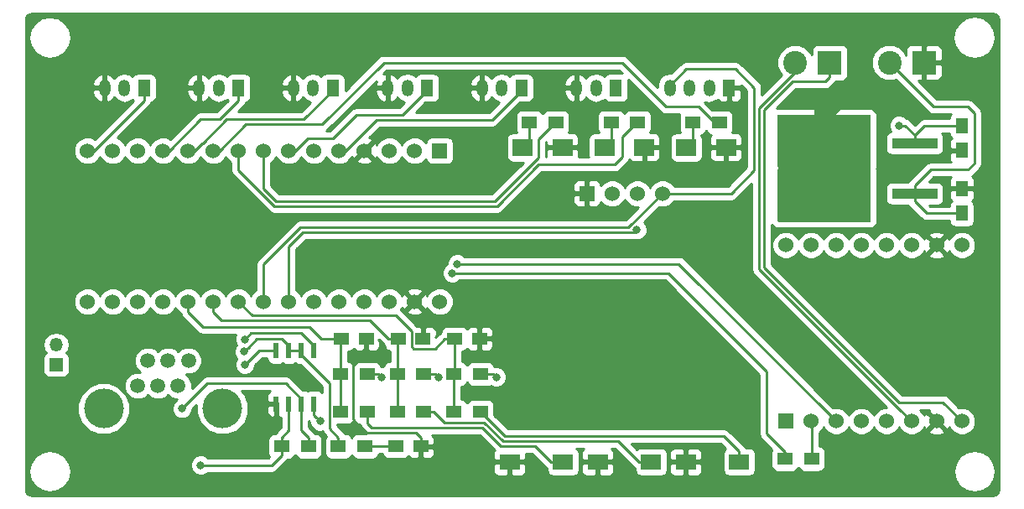
<source format=gtl>
G04 #@! TF.GenerationSoftware,KiCad,Pcbnew,(2017-10-17 revision 537804b)-master*
G04 #@! TF.CreationDate,2017-12-04T11:47:58+01:00*
G04 #@! TF.ProjectId,TrainAutomator,547261696E4175746F6D61746F722E6B,rev?*
G04 #@! TF.SameCoordinates,Original*
G04 #@! TF.FileFunction,Copper,L1,Top,Signal*
G04 #@! TF.FilePolarity,Positive*
%FSLAX46Y46*%
G04 Gerber Fmt 4.6, Leading zero omitted, Abs format (unit mm)*
G04 Created by KiCad (PCBNEW (2017-10-17 revision 537804b)-master) date 2017 December 04, Monday 11:47:58*
%MOMM*%
%LPD*%
G01*
G04 APERTURE LIST*
%ADD10C,1.524000*%
%ADD11R,1.524000X1.524000*%
%ADD12R,1.250000X1.500000*%
%ADD13R,1.500000X1.250000*%
%ADD14R,2.000000X1.700000*%
%ADD15C,2.400000*%
%ADD16R,2.400000X2.400000*%
%ADD17O,1.350000X1.350000*%
%ADD18R,1.350000X1.350000*%
%ADD19R,1.200000X1.700000*%
%ADD20O,1.200000X1.700000*%
%ADD21R,1.500000X1.300000*%
%ADD22R,2.000000X1.600000*%
%ADD23R,0.600000X1.550000*%
%ADD24R,4.550000X5.250000*%
%ADD25R,9.400000X10.800000*%
%ADD26R,4.600000X1.100000*%
%ADD27C,4.000000*%
%ADD28C,1.500000*%
%ADD29C,0.800000*%
%ADD30C,0.250000*%
%ADD31C,2.000000*%
%ADD32C,0.254000*%
G04 APERTURE END LIST*
D10*
X89535000Y-36195000D03*
X92075000Y-36195000D03*
X94615000Y-36195000D03*
X97155000Y-36195000D03*
X99695000Y-36195000D03*
X102235000Y-36195000D03*
X104775000Y-36195000D03*
X107315000Y-36195000D03*
X107315000Y-53975000D03*
X104775000Y-53975000D03*
X102235000Y-53975000D03*
X99695000Y-53975000D03*
X97155000Y-53975000D03*
X94615000Y-53975000D03*
X92075000Y-53975000D03*
D11*
X89535000Y-53975000D03*
D12*
X107315000Y-33000000D03*
X107315000Y-30500000D03*
X107315000Y-24150000D03*
X107315000Y-26650000D03*
D13*
X50185000Y-56515000D03*
X52685000Y-56515000D03*
X47189230Y-45646866D03*
X44689230Y-45646866D03*
X52904230Y-45646866D03*
X50404230Y-45646866D03*
X58619230Y-45646866D03*
X56119230Y-45646866D03*
D14*
X71244230Y-26342866D03*
X75244230Y-26342866D03*
X62989230Y-26342866D03*
X66989230Y-26342866D03*
D15*
X100005000Y-17780000D03*
D16*
X103505000Y-17780000D03*
X93980000Y-17780000D03*
D15*
X90480000Y-17780000D03*
D17*
X15875000Y-46260000D03*
D18*
X15875000Y-48260000D03*
D19*
X62865000Y-20320000D03*
D20*
X60865000Y-20320000D03*
X58865000Y-20320000D03*
X77820000Y-20320000D03*
X79820000Y-20320000D03*
X81820000Y-20320000D03*
D19*
X83820000Y-20320000D03*
D20*
X49340000Y-20320000D03*
X51340000Y-20320000D03*
D19*
X53340000Y-20320000D03*
X43815000Y-20320000D03*
D20*
X41815000Y-20320000D03*
X39815000Y-20320000D03*
X30290000Y-20320000D03*
X32290000Y-20320000D03*
D19*
X34290000Y-20320000D03*
X24765000Y-20320000D03*
D20*
X22765000Y-20320000D03*
X20765000Y-20320000D03*
X68390000Y-20320000D03*
X70390000Y-20320000D03*
D19*
X72390000Y-20320000D03*
D21*
X89455000Y-57785000D03*
X92155000Y-57785000D03*
X38655000Y-56515000D03*
X41355000Y-56515000D03*
X47070000Y-56515000D03*
X44370000Y-56515000D03*
X44589230Y-49202866D03*
X47289230Y-49202866D03*
X50304230Y-49202866D03*
X53004230Y-49202866D03*
X56019230Y-49202866D03*
X58719230Y-49202866D03*
X44589230Y-53012866D03*
X47289230Y-53012866D03*
X50304230Y-53012866D03*
X53004230Y-53012866D03*
X56019230Y-53012866D03*
X58719230Y-53012866D03*
X80149230Y-23802866D03*
X82849230Y-23802866D03*
X71894230Y-23802866D03*
X74594230Y-23802866D03*
X66339230Y-23802866D03*
X63639230Y-23802866D03*
D22*
X61654230Y-58092866D03*
X67054230Y-58092866D03*
X75944230Y-58092866D03*
X70544230Y-58092866D03*
X79434230Y-58092866D03*
X84834230Y-58092866D03*
D23*
X41910000Y-52230000D03*
X40640000Y-52230000D03*
X39370000Y-52230000D03*
X38100000Y-52230000D03*
X38100000Y-46830000D03*
X39370000Y-46830000D03*
X40640000Y-46830000D03*
X41910000Y-46830000D03*
D24*
X95824000Y-25673000D03*
X90974000Y-31223000D03*
X95824000Y-31223000D03*
X90974000Y-25673000D03*
D25*
X93399000Y-28448000D03*
D26*
X102549000Y-25908000D03*
X102549000Y-30988000D03*
D11*
X69469000Y-30988000D03*
D10*
X72009000Y-30988000D03*
X74549000Y-30988000D03*
X77089000Y-30988000D03*
D14*
X79499230Y-26342866D03*
X83499230Y-26342866D03*
D11*
X54610000Y-26670000D03*
D10*
X52070000Y-26670000D03*
X49530000Y-26670000D03*
X46990000Y-26670000D03*
X44450000Y-26670000D03*
X41910000Y-26670000D03*
X39370000Y-26670000D03*
X36830000Y-26670000D03*
X34290000Y-26670000D03*
X31750000Y-26670000D03*
X29210000Y-26670000D03*
X26670000Y-26670000D03*
X24130000Y-26670000D03*
X21590000Y-26670000D03*
X19050000Y-26670000D03*
X19050000Y-41910000D03*
X21590000Y-41910000D03*
X24130000Y-41910000D03*
X26670000Y-41910000D03*
X29210000Y-41910000D03*
X31750000Y-41910000D03*
X34290000Y-41910000D03*
X36830000Y-41910000D03*
X39370000Y-41910000D03*
X41910000Y-41910000D03*
X44450000Y-41910000D03*
X46990000Y-41910000D03*
X49530000Y-41910000D03*
X52070000Y-41910000D03*
X54610000Y-41910000D03*
D27*
X32670000Y-52705000D03*
X20670000Y-52705000D03*
D28*
X26160000Y-50405000D03*
X27180000Y-47865000D03*
X28200000Y-50405000D03*
X29220000Y-47865000D03*
X25140000Y-47865000D03*
X24120000Y-50405000D03*
D29*
X34925000Y-48254999D03*
X34925000Y-45720000D03*
X34884985Y-46949985D03*
X56375683Y-38088683D03*
X55878816Y-39013693D03*
X74506514Y-34666516D03*
X48754228Y-49530020D03*
X100965000Y-24130000D03*
X42525919Y-53994081D03*
X60325000Y-49530000D03*
X54469228Y-49530000D03*
X28575000Y-52705000D03*
X30480000Y-58420000D03*
D30*
X38100000Y-46830000D02*
X36355000Y-46830000D01*
X36355000Y-46830000D02*
X34930001Y-48254999D01*
X34930001Y-48254999D02*
X34930001Y-48260000D01*
X34930001Y-48260000D02*
X34925000Y-48254999D01*
X35560000Y-45085000D02*
X34925000Y-45720000D01*
X40645002Y-45085000D02*
X35560000Y-45085000D01*
X41910000Y-46830000D02*
X41910000Y-46349998D01*
X41910000Y-46349998D02*
X40645002Y-45085000D01*
X47189230Y-45646866D02*
X47189230Y-46521866D01*
X47189230Y-46521866D02*
X45814231Y-47896865D01*
X45814231Y-47896865D02*
X45814231Y-53815231D01*
X45814231Y-53815231D02*
X47139032Y-55140032D01*
X47139032Y-55140032D02*
X52185032Y-55140032D01*
X52185032Y-55140032D02*
X52685000Y-55640000D01*
X52685000Y-55640000D02*
X52685000Y-56515000D01*
X70344230Y-58092866D02*
X70544230Y-58092866D01*
D31*
X93399000Y-28448000D02*
X93399000Y-22798000D01*
X93399000Y-22798000D02*
X94607000Y-21590000D01*
D30*
X45846999Y-25908001D02*
X45085000Y-26670000D01*
X48210000Y-23545000D02*
X45846999Y-25908001D01*
X59890000Y-23545000D02*
X48210000Y-23545000D01*
X62865000Y-20570000D02*
X59890000Y-23545000D01*
X62865000Y-20320000D02*
X62865000Y-20570000D01*
X39370000Y-46830000D02*
X39370000Y-46355000D01*
X39370000Y-46355000D02*
X38694999Y-45679999D01*
X38694999Y-45679999D02*
X36154971Y-45679999D01*
X36154971Y-45679999D02*
X35284984Y-46549986D01*
X35284984Y-46549986D02*
X34884985Y-46949985D01*
X40640000Y-46830000D02*
X40640000Y-47305000D01*
X40640000Y-47305000D02*
X43464229Y-50129229D01*
X43464229Y-50129229D02*
X43464229Y-54709229D01*
X43464229Y-54709229D02*
X44370000Y-55615000D01*
X44370000Y-55615000D02*
X44370000Y-56515000D01*
X40640000Y-46830000D02*
X39370000Y-46830000D01*
X40640000Y-46830000D02*
X40640000Y-46355000D01*
X53340000Y-20320000D02*
X53340000Y-20570000D01*
X53340000Y-20570000D02*
X50865011Y-23044989D01*
X50865011Y-23044989D02*
X46170011Y-23044989D01*
X46170011Y-23044989D02*
X43815000Y-25400000D01*
X43815000Y-25400000D02*
X41275000Y-25400000D01*
X41275000Y-25400000D02*
X40005000Y-26670000D01*
X82345746Y-23802866D02*
X82849230Y-23802866D01*
X80767880Y-22225000D02*
X82345746Y-23802866D01*
X77470000Y-22225000D02*
X80767880Y-22225000D01*
X48967122Y-17780000D02*
X73025000Y-17780000D01*
X42752111Y-23995011D02*
X48967122Y-17780000D01*
X35059989Y-23995011D02*
X42752111Y-23995011D01*
X32385000Y-26670000D02*
X35059989Y-23995011D01*
X73025000Y-17780000D02*
X77470000Y-22225000D01*
X74494230Y-23802866D02*
X74594230Y-23802866D01*
X73025000Y-25272096D02*
X74494230Y-23802866D01*
X73025000Y-27305000D02*
X73025000Y-25272096D01*
X72255010Y-28074990D02*
X73025000Y-27305000D01*
X64562888Y-28074990D02*
X72255010Y-28074990D01*
X37892889Y-32250011D02*
X60387867Y-32250011D01*
X60387867Y-32250011D02*
X64562888Y-28074990D01*
X34290000Y-28647122D02*
X37892889Y-32250011D01*
X34290000Y-26670000D02*
X34290000Y-28647122D01*
X66339230Y-23802866D02*
X66239230Y-23802866D01*
X66239230Y-23802866D02*
X64562889Y-25479207D01*
X64562889Y-25479207D02*
X64562889Y-27367867D01*
X64562889Y-27367867D02*
X60180756Y-31750000D01*
X60180756Y-31750000D02*
X38100000Y-31750000D01*
X38100000Y-31750000D02*
X36830000Y-30480000D01*
X36830000Y-30480000D02*
X36830000Y-26670000D01*
X30606999Y-25908001D02*
X29845000Y-26670000D01*
X40890000Y-23495000D02*
X33092122Y-23495000D01*
X43815000Y-20570000D02*
X40890000Y-23495000D01*
X43815000Y-20320000D02*
X43815000Y-20570000D01*
X30679121Y-25908001D02*
X30606999Y-25908001D01*
X33092122Y-23495000D02*
X30679121Y-25908001D01*
X34290000Y-20320000D02*
X34290000Y-21590000D01*
X34290000Y-21590000D02*
X32385000Y-23495000D01*
X32385000Y-23495000D02*
X30480000Y-23495000D01*
X30480000Y-23495000D02*
X27305000Y-26670000D01*
X56375683Y-38088683D02*
X78728683Y-38088683D01*
X78728683Y-38088683D02*
X94615000Y-53975000D01*
X55878816Y-39013693D02*
X77676573Y-39013693D01*
X77676573Y-39013693D02*
X87630000Y-48967120D01*
X87630000Y-48967120D02*
X87630000Y-55245000D01*
X87630000Y-55245000D02*
X89455000Y-57070000D01*
X89455000Y-57070000D02*
X89455000Y-57785000D01*
X24765000Y-20320000D02*
X24765000Y-21590000D01*
X24765000Y-21590000D02*
X19685000Y-26670000D01*
X44589230Y-49202866D02*
X44589230Y-45746866D01*
X44589230Y-45746866D02*
X44689230Y-45646866D01*
X44589230Y-49202866D02*
X44589230Y-51742866D01*
X44589230Y-51742866D02*
X44589230Y-53012866D01*
X41476364Y-44450000D02*
X42673230Y-45646866D01*
X42673230Y-45646866D02*
X44689230Y-45646866D01*
X29210000Y-41910000D02*
X29210000Y-42987630D01*
X29210000Y-42987630D02*
X30672370Y-44450000D01*
X30672370Y-44450000D02*
X41476364Y-44450000D01*
X50304230Y-49202866D02*
X50304230Y-45746866D01*
X50304230Y-45746866D02*
X50404230Y-45646866D01*
X50304230Y-49202866D02*
X50304230Y-51742866D01*
X50304230Y-51742866D02*
X50304230Y-53012866D01*
X31750000Y-41910000D02*
X31750000Y-42987630D01*
X31750000Y-42987630D02*
X32577370Y-43815000D01*
X32577370Y-43815000D02*
X47572364Y-43815000D01*
X47572364Y-43815000D02*
X49404230Y-45646866D01*
X49404230Y-45646866D02*
X50404230Y-45646866D01*
X34290000Y-41910000D02*
X35694990Y-43314990D01*
X54119229Y-46646867D02*
X55119230Y-45646866D01*
X35694990Y-43314990D02*
X50172990Y-43314990D01*
X50172990Y-43314990D02*
X51779229Y-44921229D01*
X51779229Y-44921229D02*
X51779229Y-46445229D01*
X51779229Y-46445229D02*
X51980867Y-46646867D01*
X51980867Y-46646867D02*
X54119229Y-46646867D01*
X55119230Y-45646866D02*
X56119230Y-45646866D01*
X56019230Y-49202866D02*
X56019230Y-51742866D01*
X56019230Y-51742866D02*
X56019230Y-53012866D01*
X56119230Y-45646866D02*
X56119230Y-49102866D01*
X56119230Y-49102866D02*
X56019230Y-49202866D01*
X77089000Y-30988000D02*
X73652010Y-34424990D01*
X73652010Y-34424990D02*
X40559890Y-34424990D01*
X40559890Y-34424990D02*
X36830000Y-38154880D01*
X36830000Y-38154880D02*
X36830000Y-40832370D01*
X36830000Y-40832370D02*
X36830000Y-41910000D01*
X77089000Y-30988000D02*
X76708000Y-30988000D01*
X78166630Y-30988000D02*
X77089000Y-30988000D01*
X84019122Y-30988000D02*
X78166630Y-30988000D01*
X86360000Y-28647122D02*
X84019122Y-30988000D01*
X86360000Y-20320000D02*
X86360000Y-28647122D01*
X84455000Y-18415000D02*
X86360000Y-20320000D01*
X79475000Y-18415000D02*
X84455000Y-18415000D01*
X77820000Y-20070000D02*
X79475000Y-18415000D01*
X77820000Y-20320000D02*
X77820000Y-20070000D01*
X39370000Y-41910000D02*
X39370000Y-36322000D01*
X39370000Y-36322000D02*
X40767000Y-34925000D01*
X40767000Y-34925000D02*
X74248030Y-34925000D01*
X74248030Y-34925000D02*
X74506514Y-34666516D01*
X47289230Y-53012866D02*
X47289230Y-54202110D01*
X47289230Y-54202110D02*
X47727142Y-54640022D01*
X64210386Y-56499022D02*
X65804230Y-58092866D01*
X47727142Y-54640022D02*
X58932142Y-54640022D01*
X65804230Y-58092866D02*
X67054230Y-58092866D01*
X58932142Y-54640022D02*
X60791142Y-56499022D01*
X60791142Y-56499022D02*
X64210386Y-56499022D01*
X59101242Y-54102000D02*
X60998253Y-55999011D01*
X72600375Y-55999011D02*
X74694230Y-58092866D01*
X74694230Y-58092866D02*
X75944230Y-58092866D01*
X55093364Y-54102000D02*
X59101242Y-54102000D01*
X54004230Y-53012866D02*
X55093364Y-54102000D01*
X60998253Y-55999011D02*
X72600375Y-55999011D01*
X53004230Y-53012866D02*
X54004230Y-53012866D01*
X58719230Y-53012866D02*
X61205364Y-55499000D01*
X83290364Y-55499000D02*
X84834230Y-57042866D01*
X84834230Y-57042866D02*
X84834230Y-58092866D01*
X61205364Y-55499000D02*
X83290364Y-55499000D01*
X107315000Y-33000000D02*
X103761000Y-33000000D01*
X103761000Y-33000000D02*
X102549000Y-31788000D01*
X102549000Y-31788000D02*
X102549000Y-30988000D01*
X100005000Y-17780000D02*
X104450000Y-22225000D01*
X104450000Y-22225000D02*
X107950000Y-22225000D01*
X107950000Y-22225000D02*
X108585000Y-22860000D01*
X108585000Y-22860000D02*
X108585000Y-27940000D01*
X108585000Y-27940000D02*
X107950000Y-28575000D01*
X107950000Y-28575000D02*
X104162000Y-28575000D01*
X104162000Y-28575000D02*
X102549000Y-30188000D01*
X102549000Y-30188000D02*
X102549000Y-30988000D01*
X107315000Y-24150000D02*
X103507000Y-24150000D01*
X47289230Y-49202866D02*
X48427074Y-49202866D01*
X48427074Y-49202866D02*
X48754228Y-49530020D01*
X102549000Y-25108000D02*
X101571000Y-24130000D01*
X101571000Y-24130000D02*
X100965000Y-24130000D01*
X42125920Y-53594082D02*
X42525919Y-53994081D01*
X41910000Y-53378162D02*
X42125920Y-53594082D01*
X41910000Y-52230000D02*
X41910000Y-53378162D01*
X58719230Y-49202866D02*
X59997866Y-49202866D01*
X59997866Y-49202866D02*
X60325000Y-49530000D01*
X53004230Y-49202866D02*
X54142094Y-49202866D01*
X54142094Y-49202866D02*
X54469228Y-49530000D01*
X103507000Y-24150000D02*
X102549000Y-25108000D01*
X102549000Y-25108000D02*
X102549000Y-25908000D01*
X50185000Y-56515000D02*
X47070000Y-56515000D01*
X71894230Y-23802866D02*
X71894230Y-25692866D01*
X71894230Y-25692866D02*
X71244230Y-26342866D01*
X63639230Y-23802866D02*
X63639230Y-25692866D01*
X63639230Y-25692866D02*
X62989230Y-26342866D01*
X93980000Y-17780000D02*
X93980000Y-19230000D01*
X93980000Y-19230000D02*
X93525000Y-19685000D01*
X90242122Y-19685000D02*
X87360021Y-22567101D01*
X100965000Y-52070000D02*
X105410000Y-52070000D01*
X93525000Y-19685000D02*
X90242122Y-19685000D01*
X105410000Y-52070000D02*
X107315000Y-53975000D01*
X87360021Y-22567101D02*
X87360021Y-38465021D01*
X87360021Y-38465021D02*
X100965000Y-52070000D01*
X102235000Y-53975000D02*
X101097999Y-52837999D01*
X101097999Y-52837999D02*
X101025879Y-52837999D01*
X101025879Y-52837999D02*
X86860010Y-38672130D01*
X86860010Y-38672130D02*
X86860010Y-22359990D01*
X86860010Y-22359990D02*
X90480000Y-18740000D01*
X90480000Y-18740000D02*
X90480000Y-17780000D01*
X92155000Y-57785000D02*
X92155000Y-54055000D01*
X92155000Y-54055000D02*
X92075000Y-53975000D01*
X80149230Y-23802866D02*
X80149230Y-25692866D01*
X80149230Y-25692866D02*
X79499230Y-26342866D01*
X31115000Y-50165000D02*
X28575000Y-52705000D01*
X39055002Y-50165000D02*
X31115000Y-50165000D01*
X40640000Y-51755000D02*
X40640000Y-51749998D01*
X40640000Y-51749998D02*
X39055002Y-50165000D01*
X40640000Y-52230000D02*
X40640000Y-51755000D01*
X41355000Y-56515000D02*
X41355000Y-55615000D01*
X41355000Y-55615000D02*
X40640000Y-54900000D01*
X40640000Y-54900000D02*
X40640000Y-53255000D01*
X40640000Y-53255000D02*
X40640000Y-52230000D01*
X30480000Y-58420000D02*
X37650000Y-58420000D01*
X37650000Y-58420000D02*
X38655000Y-57415000D01*
X38655000Y-57415000D02*
X38655000Y-56515000D01*
X38655000Y-56515000D02*
X38655000Y-55615000D01*
X38655000Y-55615000D02*
X39370000Y-54900000D01*
X39370000Y-54900000D02*
X39370000Y-53255000D01*
X39370000Y-53255000D02*
X39370000Y-52230000D01*
D32*
G36*
X110689225Y-12854028D02*
X110858120Y-12966879D01*
X110970972Y-13135775D01*
X111025000Y-13407390D01*
X111025000Y-60887610D01*
X110970972Y-61159225D01*
X110858120Y-61328121D01*
X110689225Y-61440972D01*
X110417610Y-61495000D01*
X13407390Y-61495000D01*
X13135775Y-61440972D01*
X12966879Y-61328120D01*
X12854028Y-61159225D01*
X12800000Y-60887610D01*
X12800000Y-59055000D01*
X13110097Y-59055000D01*
X13272226Y-59870079D01*
X13733931Y-60561069D01*
X14424921Y-61022774D01*
X15240000Y-61184903D01*
X16055079Y-61022774D01*
X16746069Y-60561069D01*
X17207774Y-59870079D01*
X17369903Y-59055000D01*
X17207774Y-58239921D01*
X16746069Y-57548931D01*
X16055079Y-57087226D01*
X15240000Y-56925097D01*
X14424921Y-57087226D01*
X13733931Y-57548931D01*
X13272226Y-58239921D01*
X13110097Y-59055000D01*
X12800000Y-59055000D01*
X12800000Y-53226834D01*
X18034543Y-53226834D01*
X18434853Y-54195658D01*
X19175443Y-54937542D01*
X20143567Y-55339542D01*
X21191834Y-55340457D01*
X22160658Y-54940147D01*
X22902542Y-54199557D01*
X23304542Y-53231433D01*
X23305457Y-52183166D01*
X22905147Y-51214342D01*
X22164557Y-50472458D01*
X21196433Y-50070458D01*
X20148166Y-50069543D01*
X19179342Y-50469853D01*
X18437458Y-51210443D01*
X18035458Y-52178567D01*
X18034543Y-53226834D01*
X12800000Y-53226834D01*
X12800000Y-46260000D01*
X14539336Y-46260000D01*
X14639054Y-46761315D01*
X14839900Y-47061903D01*
X14742191Y-47127191D01*
X14601843Y-47337235D01*
X14552560Y-47585000D01*
X14552560Y-48935000D01*
X14601843Y-49182765D01*
X14742191Y-49392809D01*
X14952235Y-49533157D01*
X15200000Y-49582440D01*
X16550000Y-49582440D01*
X16797765Y-49533157D01*
X17007809Y-49392809D01*
X17148157Y-49182765D01*
X17197440Y-48935000D01*
X17197440Y-47585000D01*
X17148157Y-47337235D01*
X17007809Y-47127191D01*
X16910100Y-47061903D01*
X17110946Y-46761315D01*
X17210664Y-46260000D01*
X17110946Y-45758685D01*
X16826974Y-45333690D01*
X16401979Y-45049718D01*
X15900664Y-44950000D01*
X15849336Y-44950000D01*
X15348021Y-45049718D01*
X14923026Y-45333690D01*
X14639054Y-45758685D01*
X14539336Y-46260000D01*
X12800000Y-46260000D01*
X12800000Y-26946661D01*
X17652758Y-26946661D01*
X17864990Y-27460303D01*
X18257630Y-27853629D01*
X18770900Y-28066757D01*
X19326661Y-28067242D01*
X19840303Y-27855010D01*
X20233629Y-27462370D01*
X20319949Y-27254488D01*
X20404990Y-27460303D01*
X20797630Y-27853629D01*
X21310900Y-28066757D01*
X21866661Y-28067242D01*
X22380303Y-27855010D01*
X22773629Y-27462370D01*
X22859949Y-27254488D01*
X22944990Y-27460303D01*
X23337630Y-27853629D01*
X23850900Y-28066757D01*
X24406661Y-28067242D01*
X24920303Y-27855010D01*
X25313629Y-27462370D01*
X25399949Y-27254488D01*
X25484990Y-27460303D01*
X25877630Y-27853629D01*
X26390900Y-28066757D01*
X26946661Y-28067242D01*
X27460303Y-27855010D01*
X27853629Y-27462370D01*
X27939949Y-27254488D01*
X28024990Y-27460303D01*
X28417630Y-27853629D01*
X28930900Y-28066757D01*
X29486661Y-28067242D01*
X30000303Y-27855010D01*
X30393629Y-27462370D01*
X30479949Y-27254488D01*
X30564990Y-27460303D01*
X30957630Y-27853629D01*
X31470900Y-28066757D01*
X32026661Y-28067242D01*
X32540303Y-27855010D01*
X32933629Y-27462370D01*
X33019949Y-27254488D01*
X33104990Y-27460303D01*
X33497630Y-27853629D01*
X33530000Y-27867070D01*
X33530000Y-28647122D01*
X33587852Y-28937961D01*
X33752599Y-29184523D01*
X37355488Y-32787412D01*
X37602050Y-32952159D01*
X37892889Y-33010011D01*
X60387867Y-33010011D01*
X60678706Y-32952159D01*
X60925268Y-32787412D01*
X62438930Y-31273750D01*
X68072000Y-31273750D01*
X68072000Y-31876310D01*
X68168673Y-32109699D01*
X68347302Y-32288327D01*
X68580691Y-32385000D01*
X69183250Y-32385000D01*
X69342000Y-32226250D01*
X69342000Y-31115000D01*
X68230750Y-31115000D01*
X68072000Y-31273750D01*
X62438930Y-31273750D01*
X63612990Y-30099690D01*
X68072000Y-30099690D01*
X68072000Y-30702250D01*
X68230750Y-30861000D01*
X69342000Y-30861000D01*
X69342000Y-29749750D01*
X69183250Y-29591000D01*
X68580691Y-29591000D01*
X68347302Y-29687673D01*
X68168673Y-29866301D01*
X68072000Y-30099690D01*
X63612990Y-30099690D01*
X64877690Y-28834990D01*
X72255010Y-28834990D01*
X72545849Y-28777138D01*
X72792411Y-28612391D01*
X73562401Y-27842401D01*
X73727148Y-27595840D01*
X73730803Y-27577465D01*
X73884532Y-27731193D01*
X74117921Y-27827866D01*
X74958480Y-27827866D01*
X75117230Y-27669116D01*
X75117230Y-26469866D01*
X75371230Y-26469866D01*
X75371230Y-27669116D01*
X75529980Y-27827866D01*
X76370539Y-27827866D01*
X76603928Y-27731193D01*
X76782557Y-27552565D01*
X76879230Y-27319176D01*
X76879230Y-26628616D01*
X76720480Y-26469866D01*
X75371230Y-26469866D01*
X75117230Y-26469866D01*
X75097230Y-26469866D01*
X75097230Y-26215866D01*
X75117230Y-26215866D01*
X75117230Y-26195866D01*
X75371230Y-26195866D01*
X75371230Y-26215866D01*
X76720480Y-26215866D01*
X76879230Y-26057116D01*
X76879230Y-25366556D01*
X76782557Y-25133167D01*
X76603928Y-24954539D01*
X76370539Y-24857866D01*
X75837325Y-24857866D01*
X75942387Y-24700631D01*
X75991670Y-24452866D01*
X75991670Y-23152866D01*
X75942387Y-22905101D01*
X75802039Y-22695057D01*
X75591995Y-22554709D01*
X75344230Y-22505426D01*
X73844230Y-22505426D01*
X73596465Y-22554709D01*
X73386421Y-22695057D01*
X73246073Y-22905101D01*
X73244230Y-22914366D01*
X73242387Y-22905101D01*
X73102039Y-22695057D01*
X72891995Y-22554709D01*
X72644230Y-22505426D01*
X71144230Y-22505426D01*
X70896465Y-22554709D01*
X70686421Y-22695057D01*
X70546073Y-22905101D01*
X70496790Y-23152866D01*
X70496790Y-24452866D01*
X70546073Y-24700631D01*
X70642823Y-24845426D01*
X70244230Y-24845426D01*
X69996465Y-24894709D01*
X69786421Y-25035057D01*
X69646073Y-25245101D01*
X69596790Y-25492866D01*
X69596790Y-27192866D01*
X69621082Y-27314990D01*
X68624230Y-27314990D01*
X68624230Y-26628616D01*
X68465480Y-26469866D01*
X67116230Y-26469866D01*
X67116230Y-26489866D01*
X66862230Y-26489866D01*
X66862230Y-26469866D01*
X65512980Y-26469866D01*
X65354230Y-26628616D01*
X65354230Y-27314990D01*
X65322889Y-27314990D01*
X65322889Y-25794009D01*
X65354230Y-25762668D01*
X65354230Y-26057116D01*
X65512980Y-26215866D01*
X66862230Y-26215866D01*
X66862230Y-26195866D01*
X67116230Y-26195866D01*
X67116230Y-26215866D01*
X68465480Y-26215866D01*
X68624230Y-26057116D01*
X68624230Y-25366556D01*
X68527557Y-25133167D01*
X68348928Y-24954539D01*
X68115539Y-24857866D01*
X67582325Y-24857866D01*
X67687387Y-24700631D01*
X67736670Y-24452866D01*
X67736670Y-23152866D01*
X67687387Y-22905101D01*
X67547039Y-22695057D01*
X67336995Y-22554709D01*
X67089230Y-22505426D01*
X65589230Y-22505426D01*
X65341465Y-22554709D01*
X65131421Y-22695057D01*
X64991073Y-22905101D01*
X64989230Y-22914366D01*
X64987387Y-22905101D01*
X64847039Y-22695057D01*
X64636995Y-22554709D01*
X64389230Y-22505426D01*
X62889230Y-22505426D01*
X62641465Y-22554709D01*
X62431421Y-22695057D01*
X62291073Y-22905101D01*
X62241790Y-23152866D01*
X62241790Y-24452866D01*
X62291073Y-24700631D01*
X62387823Y-24845426D01*
X61989230Y-24845426D01*
X61741465Y-24894709D01*
X61531421Y-25035057D01*
X61391073Y-25245101D01*
X61341790Y-25492866D01*
X61341790Y-27192866D01*
X61391073Y-27440631D01*
X61531421Y-27650675D01*
X61741465Y-27791023D01*
X61989230Y-27840306D01*
X63015648Y-27840306D01*
X59865954Y-30990000D01*
X38414802Y-30990000D01*
X37590000Y-30165198D01*
X37590000Y-27867531D01*
X37620303Y-27855010D01*
X38013629Y-27462370D01*
X38099949Y-27254488D01*
X38184990Y-27460303D01*
X38577630Y-27853629D01*
X39090900Y-28066757D01*
X39646661Y-28067242D01*
X40160303Y-27855010D01*
X40553629Y-27462370D01*
X40639949Y-27254488D01*
X40724990Y-27460303D01*
X41117630Y-27853629D01*
X41630900Y-28066757D01*
X42186661Y-28067242D01*
X42700303Y-27855010D01*
X43093629Y-27462370D01*
X43179949Y-27254488D01*
X43264990Y-27460303D01*
X43657630Y-27853629D01*
X44170900Y-28066757D01*
X44726661Y-28067242D01*
X45240303Y-27855010D01*
X45445457Y-27650213D01*
X46189392Y-27650213D01*
X46258857Y-27892397D01*
X46782302Y-28079144D01*
X47337368Y-28051362D01*
X47721143Y-27892397D01*
X47790608Y-27650213D01*
X46990000Y-26849605D01*
X46189392Y-27650213D01*
X45445457Y-27650213D01*
X45633629Y-27462370D01*
X45713395Y-27270273D01*
X45767603Y-27401143D01*
X46009787Y-27470608D01*
X46810395Y-26670000D01*
X47169605Y-26670000D01*
X47970213Y-27470608D01*
X48212397Y-27401143D01*
X48262509Y-27260682D01*
X48344990Y-27460303D01*
X48737630Y-27853629D01*
X49250900Y-28066757D01*
X49806661Y-28067242D01*
X50320303Y-27855010D01*
X50713629Y-27462370D01*
X50799949Y-27254488D01*
X50884990Y-27460303D01*
X51277630Y-27853629D01*
X51790900Y-28066757D01*
X52346661Y-28067242D01*
X52860303Y-27855010D01*
X53214392Y-27501539D01*
X53249843Y-27679765D01*
X53390191Y-27889809D01*
X53600235Y-28030157D01*
X53848000Y-28079440D01*
X55372000Y-28079440D01*
X55619765Y-28030157D01*
X55829809Y-27889809D01*
X55970157Y-27679765D01*
X56019440Y-27432000D01*
X56019440Y-25908000D01*
X55970157Y-25660235D01*
X55829809Y-25450191D01*
X55619765Y-25309843D01*
X55372000Y-25260560D01*
X53848000Y-25260560D01*
X53600235Y-25309843D01*
X53390191Y-25450191D01*
X53249843Y-25660235D01*
X53214301Y-25838917D01*
X52862370Y-25486371D01*
X52349100Y-25273243D01*
X51793339Y-25272758D01*
X51279697Y-25484990D01*
X50886371Y-25877630D01*
X50800051Y-26085512D01*
X50715010Y-25879697D01*
X50322370Y-25486371D01*
X49809100Y-25273243D01*
X49253339Y-25272758D01*
X48739697Y-25484990D01*
X48346371Y-25877630D01*
X48266605Y-26069727D01*
X48212397Y-25938857D01*
X47970213Y-25869392D01*
X47169605Y-26670000D01*
X46810395Y-26670000D01*
X46796253Y-26655858D01*
X46975858Y-26476253D01*
X46990000Y-26490395D01*
X47790608Y-25689787D01*
X47721143Y-25447603D01*
X47471325Y-25358477D01*
X48524802Y-24305000D01*
X59890000Y-24305000D01*
X60180839Y-24247148D01*
X60427401Y-24082401D01*
X62692362Y-21817440D01*
X63465000Y-21817440D01*
X63712765Y-21768157D01*
X63922809Y-21627809D01*
X64063157Y-21417765D01*
X64112440Y-21170000D01*
X64112440Y-20642696D01*
X67144744Y-20642696D01*
X67267353Y-21113701D01*
X67560875Y-21501933D01*
X67980624Y-21748286D01*
X68072391Y-21763462D01*
X68263000Y-21638731D01*
X68263000Y-20447000D01*
X67307453Y-20447000D01*
X67144744Y-20642696D01*
X64112440Y-20642696D01*
X64112440Y-19997304D01*
X67144744Y-19997304D01*
X67307453Y-20193000D01*
X68263000Y-20193000D01*
X68263000Y-19001269D01*
X68072391Y-18876538D01*
X67980624Y-18891714D01*
X67560875Y-19138067D01*
X67267353Y-19526299D01*
X67144744Y-19997304D01*
X64112440Y-19997304D01*
X64112440Y-19470000D01*
X64063157Y-19222235D01*
X63922809Y-19012191D01*
X63712765Y-18871843D01*
X63465000Y-18822560D01*
X62265000Y-18822560D01*
X62017235Y-18871843D01*
X61807191Y-19012191D01*
X61714116Y-19151486D01*
X61337614Y-18899916D01*
X60865000Y-18805907D01*
X60392386Y-18899916D01*
X59991723Y-19167630D01*
X59862590Y-19360891D01*
X59694125Y-19138067D01*
X59274376Y-18891714D01*
X59182609Y-18876538D01*
X58992000Y-19001269D01*
X58992000Y-20193000D01*
X59012000Y-20193000D01*
X59012000Y-20447000D01*
X58992000Y-20447000D01*
X58992000Y-21638731D01*
X59182609Y-21763462D01*
X59274376Y-21748286D01*
X59694125Y-21501933D01*
X59862590Y-21279109D01*
X59991723Y-21472370D01*
X60392386Y-21740084D01*
X60582331Y-21777867D01*
X59575198Y-22785000D01*
X52199802Y-22785000D01*
X53167362Y-21817440D01*
X53940000Y-21817440D01*
X54187765Y-21768157D01*
X54397809Y-21627809D01*
X54538157Y-21417765D01*
X54587440Y-21170000D01*
X54587440Y-20642696D01*
X57619744Y-20642696D01*
X57742353Y-21113701D01*
X58035875Y-21501933D01*
X58455624Y-21748286D01*
X58547391Y-21763462D01*
X58738000Y-21638731D01*
X58738000Y-20447000D01*
X57782453Y-20447000D01*
X57619744Y-20642696D01*
X54587440Y-20642696D01*
X54587440Y-19997304D01*
X57619744Y-19997304D01*
X57782453Y-20193000D01*
X58738000Y-20193000D01*
X58738000Y-19001269D01*
X58547391Y-18876538D01*
X58455624Y-18891714D01*
X58035875Y-19138067D01*
X57742353Y-19526299D01*
X57619744Y-19997304D01*
X54587440Y-19997304D01*
X54587440Y-19470000D01*
X54538157Y-19222235D01*
X54397809Y-19012191D01*
X54187765Y-18871843D01*
X53940000Y-18822560D01*
X52740000Y-18822560D01*
X52492235Y-18871843D01*
X52282191Y-19012191D01*
X52189116Y-19151486D01*
X51812614Y-18899916D01*
X51340000Y-18805907D01*
X50867386Y-18899916D01*
X50466723Y-19167630D01*
X50337590Y-19360891D01*
X50169125Y-19138067D01*
X49749376Y-18891714D01*
X49657609Y-18876538D01*
X49467000Y-19001269D01*
X49467000Y-20193000D01*
X49487000Y-20193000D01*
X49487000Y-20447000D01*
X49467000Y-20447000D01*
X49467000Y-21638731D01*
X49657609Y-21763462D01*
X49749376Y-21748286D01*
X50169125Y-21501933D01*
X50337590Y-21279109D01*
X50466723Y-21472370D01*
X50867386Y-21740084D01*
X51057331Y-21777867D01*
X50550209Y-22284989D01*
X46170011Y-22284989D01*
X45879172Y-22342841D01*
X45879170Y-22342842D01*
X45879171Y-22342842D01*
X45632609Y-22507588D01*
X43500198Y-24640000D01*
X43128495Y-24640000D01*
X43289512Y-24532412D01*
X47179228Y-20642696D01*
X48094744Y-20642696D01*
X48217353Y-21113701D01*
X48510875Y-21501933D01*
X48930624Y-21748286D01*
X49022391Y-21763462D01*
X49213000Y-21638731D01*
X49213000Y-20447000D01*
X48257453Y-20447000D01*
X48094744Y-20642696D01*
X47179228Y-20642696D01*
X48189807Y-19632117D01*
X48094744Y-19997304D01*
X48257453Y-20193000D01*
X49213000Y-20193000D01*
X49213000Y-19001269D01*
X49022391Y-18876538D01*
X48930624Y-18891714D01*
X48929622Y-18892302D01*
X49281924Y-18540000D01*
X72710198Y-18540000D01*
X72993443Y-18823245D01*
X72990000Y-18822560D01*
X71790000Y-18822560D01*
X71542235Y-18871843D01*
X71332191Y-19012191D01*
X71239116Y-19151486D01*
X70862614Y-18899916D01*
X70390000Y-18805907D01*
X69917386Y-18899916D01*
X69516723Y-19167630D01*
X69387590Y-19360891D01*
X69219125Y-19138067D01*
X68799376Y-18891714D01*
X68707609Y-18876538D01*
X68517000Y-19001269D01*
X68517000Y-20193000D01*
X68537000Y-20193000D01*
X68537000Y-20447000D01*
X68517000Y-20447000D01*
X68517000Y-21638731D01*
X68707609Y-21763462D01*
X68799376Y-21748286D01*
X69219125Y-21501933D01*
X69387590Y-21279109D01*
X69516723Y-21472370D01*
X69917386Y-21740084D01*
X70390000Y-21834093D01*
X70862614Y-21740084D01*
X71239116Y-21488514D01*
X71332191Y-21627809D01*
X71542235Y-21768157D01*
X71790000Y-21817440D01*
X72990000Y-21817440D01*
X73237765Y-21768157D01*
X73447809Y-21627809D01*
X73588157Y-21417765D01*
X73637440Y-21170000D01*
X73637440Y-19470000D01*
X73636755Y-19466557D01*
X76932599Y-22762401D01*
X77179160Y-22927148D01*
X77470000Y-22985000D01*
X78785180Y-22985000D01*
X78751790Y-23152866D01*
X78751790Y-24452866D01*
X78801073Y-24700631D01*
X78897823Y-24845426D01*
X78499230Y-24845426D01*
X78251465Y-24894709D01*
X78041421Y-25035057D01*
X77901073Y-25245101D01*
X77851790Y-25492866D01*
X77851790Y-27192866D01*
X77901073Y-27440631D01*
X78041421Y-27650675D01*
X78251465Y-27791023D01*
X78499230Y-27840306D01*
X80499230Y-27840306D01*
X80746995Y-27791023D01*
X80957039Y-27650675D01*
X81097387Y-27440631D01*
X81146670Y-27192866D01*
X81146670Y-26628616D01*
X81864230Y-26628616D01*
X81864230Y-27319176D01*
X81960903Y-27552565D01*
X82139532Y-27731193D01*
X82372921Y-27827866D01*
X83213480Y-27827866D01*
X83372230Y-27669116D01*
X83372230Y-26469866D01*
X83626230Y-26469866D01*
X83626230Y-27669116D01*
X83784980Y-27827866D01*
X84625539Y-27827866D01*
X84858928Y-27731193D01*
X85037557Y-27552565D01*
X85134230Y-27319176D01*
X85134230Y-26628616D01*
X84975480Y-26469866D01*
X83626230Y-26469866D01*
X83372230Y-26469866D01*
X82022980Y-26469866D01*
X81864230Y-26628616D01*
X81146670Y-26628616D01*
X81146670Y-25492866D01*
X81097387Y-25245101D01*
X80988741Y-25082501D01*
X81146995Y-25051023D01*
X81357039Y-24910675D01*
X81497387Y-24700631D01*
X81499230Y-24691366D01*
X81501073Y-24700631D01*
X81641421Y-24910675D01*
X81851465Y-25051023D01*
X82011262Y-25082808D01*
X81960903Y-25133167D01*
X81864230Y-25366556D01*
X81864230Y-26057116D01*
X82022980Y-26215866D01*
X83372230Y-26215866D01*
X83372230Y-26195866D01*
X83626230Y-26195866D01*
X83626230Y-26215866D01*
X84975480Y-26215866D01*
X85134230Y-26057116D01*
X85134230Y-25366556D01*
X85037557Y-25133167D01*
X84858928Y-24954539D01*
X84625539Y-24857866D01*
X84092325Y-24857866D01*
X84197387Y-24700631D01*
X84246670Y-24452866D01*
X84246670Y-23152866D01*
X84197387Y-22905101D01*
X84057039Y-22695057D01*
X83846995Y-22554709D01*
X83599230Y-22505426D01*
X82123109Y-22505426D01*
X81360343Y-21742661D01*
X81820000Y-21834093D01*
X82292614Y-21740084D01*
X82665590Y-21490870D01*
X82681673Y-21529699D01*
X82860302Y-21708327D01*
X83093691Y-21805000D01*
X83534250Y-21805000D01*
X83693000Y-21646250D01*
X83693000Y-20447000D01*
X83947000Y-20447000D01*
X83947000Y-21646250D01*
X84105750Y-21805000D01*
X84546309Y-21805000D01*
X84779698Y-21708327D01*
X84958327Y-21529699D01*
X85055000Y-21296310D01*
X85055000Y-20605750D01*
X84896250Y-20447000D01*
X83947000Y-20447000D01*
X83693000Y-20447000D01*
X83673000Y-20447000D01*
X83673000Y-20193000D01*
X83693000Y-20193000D01*
X83693000Y-20173000D01*
X83947000Y-20173000D01*
X83947000Y-20193000D01*
X84896250Y-20193000D01*
X85027224Y-20062026D01*
X85600000Y-20634802D01*
X85600000Y-28332320D01*
X83704320Y-30228000D01*
X78286531Y-30228000D01*
X78274010Y-30197697D01*
X77881370Y-29804371D01*
X77368100Y-29591243D01*
X76812339Y-29590758D01*
X76298697Y-29802990D01*
X75905371Y-30195630D01*
X75819051Y-30403512D01*
X75734010Y-30197697D01*
X75341370Y-29804371D01*
X74828100Y-29591243D01*
X74272339Y-29590758D01*
X73758697Y-29802990D01*
X73365371Y-30195630D01*
X73279051Y-30403512D01*
X73194010Y-30197697D01*
X72801370Y-29804371D01*
X72288100Y-29591243D01*
X71732339Y-29590758D01*
X71218697Y-29802990D01*
X70866000Y-30155072D01*
X70866000Y-30099690D01*
X70769327Y-29866301D01*
X70590698Y-29687673D01*
X70357309Y-29591000D01*
X69754750Y-29591000D01*
X69596000Y-29749750D01*
X69596000Y-30861000D01*
X69616000Y-30861000D01*
X69616000Y-31115000D01*
X69596000Y-31115000D01*
X69596000Y-32226250D01*
X69754750Y-32385000D01*
X70357309Y-32385000D01*
X70590698Y-32288327D01*
X70769327Y-32109699D01*
X70866000Y-31876310D01*
X70866000Y-31820386D01*
X71216630Y-32171629D01*
X71729900Y-32384757D01*
X72285661Y-32385242D01*
X72799303Y-32173010D01*
X73192629Y-31780370D01*
X73278949Y-31572488D01*
X73363990Y-31778303D01*
X73756630Y-32171629D01*
X74269900Y-32384757D01*
X74617138Y-32385060D01*
X73337208Y-33664990D01*
X40559890Y-33664990D01*
X40269051Y-33722842D01*
X40022489Y-33887589D01*
X36292599Y-37617479D01*
X36127852Y-37864041D01*
X36070000Y-38154880D01*
X36070000Y-40712469D01*
X36039697Y-40724990D01*
X35646371Y-41117630D01*
X35560051Y-41325512D01*
X35475010Y-41119697D01*
X35082370Y-40726371D01*
X34569100Y-40513243D01*
X34013339Y-40512758D01*
X33499697Y-40724990D01*
X33106371Y-41117630D01*
X33020051Y-41325512D01*
X32935010Y-41119697D01*
X32542370Y-40726371D01*
X32029100Y-40513243D01*
X31473339Y-40512758D01*
X30959697Y-40724990D01*
X30566371Y-41117630D01*
X30480051Y-41325512D01*
X30395010Y-41119697D01*
X30002370Y-40726371D01*
X29489100Y-40513243D01*
X28933339Y-40512758D01*
X28419697Y-40724990D01*
X28026371Y-41117630D01*
X27940051Y-41325512D01*
X27855010Y-41119697D01*
X27462370Y-40726371D01*
X26949100Y-40513243D01*
X26393339Y-40512758D01*
X25879697Y-40724990D01*
X25486371Y-41117630D01*
X25400051Y-41325512D01*
X25315010Y-41119697D01*
X24922370Y-40726371D01*
X24409100Y-40513243D01*
X23853339Y-40512758D01*
X23339697Y-40724990D01*
X22946371Y-41117630D01*
X22860051Y-41325512D01*
X22775010Y-41119697D01*
X22382370Y-40726371D01*
X21869100Y-40513243D01*
X21313339Y-40512758D01*
X20799697Y-40724990D01*
X20406371Y-41117630D01*
X20320051Y-41325512D01*
X20235010Y-41119697D01*
X19842370Y-40726371D01*
X19329100Y-40513243D01*
X18773339Y-40512758D01*
X18259697Y-40724990D01*
X17866371Y-41117630D01*
X17653243Y-41630900D01*
X17652758Y-42186661D01*
X17864990Y-42700303D01*
X18257630Y-43093629D01*
X18770900Y-43306757D01*
X19326661Y-43307242D01*
X19840303Y-43095010D01*
X20233629Y-42702370D01*
X20319949Y-42494488D01*
X20404990Y-42700303D01*
X20797630Y-43093629D01*
X21310900Y-43306757D01*
X21866661Y-43307242D01*
X22380303Y-43095010D01*
X22773629Y-42702370D01*
X22859949Y-42494488D01*
X22944990Y-42700303D01*
X23337630Y-43093629D01*
X23850900Y-43306757D01*
X24406661Y-43307242D01*
X24920303Y-43095010D01*
X25313629Y-42702370D01*
X25399949Y-42494488D01*
X25484990Y-42700303D01*
X25877630Y-43093629D01*
X26390900Y-43306757D01*
X26946661Y-43307242D01*
X27460303Y-43095010D01*
X27853629Y-42702370D01*
X27939949Y-42494488D01*
X28024990Y-42700303D01*
X28417630Y-43093629D01*
X28475897Y-43117824D01*
X28507852Y-43278469D01*
X28672599Y-43525031D01*
X30134969Y-44987401D01*
X30381531Y-45152148D01*
X30672370Y-45210000D01*
X34016089Y-45210000D01*
X33890180Y-45513223D01*
X33889821Y-45924971D01*
X34047058Y-46305515D01*
X34056308Y-46314781D01*
X34008066Y-46362939D01*
X33850165Y-46743208D01*
X33849806Y-47154956D01*
X34007043Y-47535500D01*
X34093753Y-47622361D01*
X34048081Y-47667953D01*
X33890180Y-48048222D01*
X33889821Y-48459970D01*
X34047058Y-48840514D01*
X34337954Y-49131918D01*
X34718223Y-49289819D01*
X35129971Y-49290178D01*
X35510515Y-49132941D01*
X35801919Y-48842045D01*
X35959820Y-48461776D01*
X35959961Y-48299841D01*
X36669802Y-47590000D01*
X37152560Y-47590000D01*
X37152560Y-47605000D01*
X37201843Y-47852765D01*
X37342191Y-48062809D01*
X37552235Y-48203157D01*
X37800000Y-48252440D01*
X38400000Y-48252440D01*
X38647765Y-48203157D01*
X38735000Y-48144868D01*
X38822235Y-48203157D01*
X39070000Y-48252440D01*
X39670000Y-48252440D01*
X39917765Y-48203157D01*
X40005000Y-48144868D01*
X40092235Y-48203157D01*
X40340000Y-48252440D01*
X40512638Y-48252440D01*
X42704229Y-50444031D01*
X42704229Y-51051697D01*
X42667809Y-50997191D01*
X42457765Y-50856843D01*
X42210000Y-50807560D01*
X41610000Y-50807560D01*
X41362235Y-50856843D01*
X41275000Y-50915132D01*
X41187765Y-50856843D01*
X40940000Y-50807560D01*
X40772364Y-50807560D01*
X39592403Y-49627599D01*
X39345841Y-49462852D01*
X39055002Y-49405000D01*
X31115000Y-49405000D01*
X30872414Y-49453254D01*
X30824160Y-49462852D01*
X30577599Y-49627599D01*
X29584813Y-50620385D01*
X29585240Y-50130715D01*
X29374831Y-49621485D01*
X29003805Y-49249812D01*
X29494285Y-49250240D01*
X30003515Y-49039831D01*
X30393461Y-48650564D01*
X30604759Y-48141702D01*
X30605240Y-47590715D01*
X30394831Y-47081485D01*
X30005564Y-46691539D01*
X29496702Y-46480241D01*
X28945715Y-46479760D01*
X28436485Y-46690169D01*
X28199929Y-46926313D01*
X27965564Y-46691539D01*
X27456702Y-46480241D01*
X26905715Y-46479760D01*
X26396485Y-46690169D01*
X26159929Y-46926313D01*
X25925564Y-46691539D01*
X25416702Y-46480241D01*
X24865715Y-46479760D01*
X24356485Y-46690169D01*
X23966539Y-47079436D01*
X23755241Y-47588298D01*
X23754760Y-48139285D01*
X23965169Y-48648515D01*
X24336195Y-49020188D01*
X23845715Y-49019760D01*
X23336485Y-49230169D01*
X22946539Y-49619436D01*
X22735241Y-50128298D01*
X22734760Y-50679285D01*
X22945169Y-51188515D01*
X23334436Y-51578461D01*
X23843298Y-51789759D01*
X24394285Y-51790240D01*
X24903515Y-51579831D01*
X25140071Y-51343687D01*
X25374436Y-51578461D01*
X25883298Y-51789759D01*
X26434285Y-51790240D01*
X26943515Y-51579831D01*
X27180071Y-51343687D01*
X27414436Y-51578461D01*
X27923298Y-51789759D01*
X28079426Y-51789895D01*
X27989485Y-51827058D01*
X27698081Y-52117954D01*
X27540180Y-52498223D01*
X27539821Y-52909971D01*
X27697058Y-53290515D01*
X27987954Y-53581919D01*
X28368223Y-53739820D01*
X28779971Y-53740179D01*
X29160515Y-53582942D01*
X29451919Y-53292046D01*
X29609820Y-52911777D01*
X29609966Y-52744836D01*
X30035335Y-52319467D01*
X30034543Y-53226834D01*
X30434853Y-54195658D01*
X31175443Y-54937542D01*
X32143567Y-55339542D01*
X33191834Y-55340457D01*
X34160658Y-54940147D01*
X34902542Y-54199557D01*
X35304542Y-53231433D01*
X35305166Y-52515750D01*
X37165000Y-52515750D01*
X37165000Y-53131309D01*
X37261673Y-53364698D01*
X37440301Y-53543327D01*
X37673690Y-53640000D01*
X37814250Y-53640000D01*
X37973000Y-53481250D01*
X37973000Y-52357000D01*
X37323750Y-52357000D01*
X37165000Y-52515750D01*
X35305166Y-52515750D01*
X35305457Y-52183166D01*
X34905147Y-51214342D01*
X34616310Y-50925000D01*
X37431974Y-50925000D01*
X37261673Y-51095302D01*
X37165000Y-51328691D01*
X37165000Y-51944250D01*
X37323750Y-52103000D01*
X37973000Y-52103000D01*
X37973000Y-52083000D01*
X38227000Y-52083000D01*
X38227000Y-52103000D01*
X38247000Y-52103000D01*
X38247000Y-52357000D01*
X38227000Y-52357000D01*
X38227000Y-53481250D01*
X38385750Y-53640000D01*
X38526310Y-53640000D01*
X38610000Y-53605334D01*
X38610000Y-54585198D01*
X38117599Y-55077599D01*
X38024080Y-55217560D01*
X37905000Y-55217560D01*
X37657235Y-55266843D01*
X37447191Y-55407191D01*
X37306843Y-55617235D01*
X37257560Y-55865000D01*
X37257560Y-57165000D01*
X37306843Y-57412765D01*
X37417229Y-57577969D01*
X37335198Y-57660000D01*
X31183761Y-57660000D01*
X31067046Y-57543081D01*
X30686777Y-57385180D01*
X30275029Y-57384821D01*
X29894485Y-57542058D01*
X29603081Y-57832954D01*
X29445180Y-58213223D01*
X29444821Y-58624971D01*
X29602058Y-59005515D01*
X29892954Y-59296919D01*
X30273223Y-59454820D01*
X30684971Y-59455179D01*
X31065515Y-59297942D01*
X31183663Y-59180000D01*
X37650000Y-59180000D01*
X37940839Y-59122148D01*
X38187401Y-58957401D01*
X38766186Y-58378616D01*
X60019230Y-58378616D01*
X60019230Y-59019176D01*
X60115903Y-59252565D01*
X60294532Y-59431193D01*
X60527921Y-59527866D01*
X61368480Y-59527866D01*
X61527230Y-59369116D01*
X61527230Y-58219866D01*
X61781230Y-58219866D01*
X61781230Y-59369116D01*
X61939980Y-59527866D01*
X62780539Y-59527866D01*
X63013928Y-59431193D01*
X63192557Y-59252565D01*
X63289230Y-59019176D01*
X63289230Y-58378616D01*
X63130480Y-58219866D01*
X61781230Y-58219866D01*
X61527230Y-58219866D01*
X60177980Y-58219866D01*
X60019230Y-58378616D01*
X38766186Y-58378616D01*
X39192401Y-57952401D01*
X39285920Y-57812440D01*
X39405000Y-57812440D01*
X39652765Y-57763157D01*
X39862809Y-57622809D01*
X40003157Y-57412765D01*
X40005000Y-57403500D01*
X40006843Y-57412765D01*
X40147191Y-57622809D01*
X40357235Y-57763157D01*
X40605000Y-57812440D01*
X42105000Y-57812440D01*
X42352765Y-57763157D01*
X42562809Y-57622809D01*
X42703157Y-57412765D01*
X42752440Y-57165000D01*
X42752440Y-55865000D01*
X42703157Y-55617235D01*
X42562809Y-55407191D01*
X42352765Y-55266843D01*
X42105000Y-55217560D01*
X41985920Y-55217560D01*
X41892401Y-55077599D01*
X41400000Y-54585198D01*
X41400000Y-53942964D01*
X41490884Y-54033848D01*
X41490740Y-54199052D01*
X41647977Y-54579596D01*
X41938873Y-54871000D01*
X42319142Y-55028901D01*
X42730890Y-55029260D01*
X42770618Y-55012845D01*
X42926828Y-55246630D01*
X43132229Y-55452031D01*
X43021843Y-55617235D01*
X42972560Y-55865000D01*
X42972560Y-57165000D01*
X43021843Y-57412765D01*
X43162191Y-57622809D01*
X43372235Y-57763157D01*
X43620000Y-57812440D01*
X45120000Y-57812440D01*
X45367765Y-57763157D01*
X45577809Y-57622809D01*
X45718157Y-57412765D01*
X45720000Y-57403500D01*
X45721843Y-57412765D01*
X45862191Y-57622809D01*
X46072235Y-57763157D01*
X46320000Y-57812440D01*
X47820000Y-57812440D01*
X48067765Y-57763157D01*
X48277809Y-57622809D01*
X48418157Y-57412765D01*
X48445560Y-57275000D01*
X48814413Y-57275000D01*
X48836843Y-57387765D01*
X48977191Y-57597809D01*
X49187235Y-57738157D01*
X49435000Y-57787440D01*
X50935000Y-57787440D01*
X51182765Y-57738157D01*
X51392809Y-57597809D01*
X51433654Y-57536680D01*
X51575302Y-57678327D01*
X51808691Y-57775000D01*
X52399250Y-57775000D01*
X52558000Y-57616250D01*
X52558000Y-56642000D01*
X52812000Y-56642000D01*
X52812000Y-57616250D01*
X52970750Y-57775000D01*
X53561309Y-57775000D01*
X53794698Y-57678327D01*
X53973327Y-57499699D01*
X54070000Y-57266310D01*
X54070000Y-56800750D01*
X53911250Y-56642000D01*
X52812000Y-56642000D01*
X52558000Y-56642000D01*
X52538000Y-56642000D01*
X52538000Y-56388000D01*
X52558000Y-56388000D01*
X52558000Y-56368000D01*
X52812000Y-56368000D01*
X52812000Y-56388000D01*
X53911250Y-56388000D01*
X54070000Y-56229250D01*
X54070000Y-55763690D01*
X53973327Y-55530301D01*
X53843047Y-55400022D01*
X58617340Y-55400022D01*
X60133194Y-56915876D01*
X60115903Y-56933167D01*
X60019230Y-57166556D01*
X60019230Y-57807116D01*
X60177980Y-57965866D01*
X61527230Y-57965866D01*
X61527230Y-57945866D01*
X61781230Y-57945866D01*
X61781230Y-57965866D01*
X63130480Y-57965866D01*
X63289230Y-57807116D01*
X63289230Y-57259022D01*
X63895584Y-57259022D01*
X65266829Y-58630267D01*
X65406790Y-58723786D01*
X65406790Y-58892866D01*
X65456073Y-59140631D01*
X65596421Y-59350675D01*
X65806465Y-59491023D01*
X66054230Y-59540306D01*
X68054230Y-59540306D01*
X68301995Y-59491023D01*
X68512039Y-59350675D01*
X68652387Y-59140631D01*
X68701670Y-58892866D01*
X68701670Y-58378616D01*
X68909230Y-58378616D01*
X68909230Y-59019176D01*
X69005903Y-59252565D01*
X69184532Y-59431193D01*
X69417921Y-59527866D01*
X70258480Y-59527866D01*
X70417230Y-59369116D01*
X70417230Y-58219866D01*
X70671230Y-58219866D01*
X70671230Y-59369116D01*
X70829980Y-59527866D01*
X71670539Y-59527866D01*
X71903928Y-59431193D01*
X72082557Y-59252565D01*
X72179230Y-59019176D01*
X72179230Y-58378616D01*
X72020480Y-58219866D01*
X70671230Y-58219866D01*
X70417230Y-58219866D01*
X69067980Y-58219866D01*
X68909230Y-58378616D01*
X68701670Y-58378616D01*
X68701670Y-57292866D01*
X68652387Y-57045101D01*
X68512039Y-56835057D01*
X68398229Y-56759011D01*
X69180060Y-56759011D01*
X69005903Y-56933167D01*
X68909230Y-57166556D01*
X68909230Y-57807116D01*
X69067980Y-57965866D01*
X70417230Y-57965866D01*
X70417230Y-57945866D01*
X70671230Y-57945866D01*
X70671230Y-57965866D01*
X72020480Y-57965866D01*
X72179230Y-57807116D01*
X72179230Y-57166556D01*
X72082557Y-56933167D01*
X71908400Y-56759011D01*
X72285573Y-56759011D01*
X74156829Y-58630267D01*
X74296790Y-58723786D01*
X74296790Y-58892866D01*
X74346073Y-59140631D01*
X74486421Y-59350675D01*
X74696465Y-59491023D01*
X74944230Y-59540306D01*
X76944230Y-59540306D01*
X77191995Y-59491023D01*
X77402039Y-59350675D01*
X77542387Y-59140631D01*
X77591670Y-58892866D01*
X77591670Y-58378616D01*
X77799230Y-58378616D01*
X77799230Y-59019176D01*
X77895903Y-59252565D01*
X78074532Y-59431193D01*
X78307921Y-59527866D01*
X79148480Y-59527866D01*
X79307230Y-59369116D01*
X79307230Y-58219866D01*
X79561230Y-58219866D01*
X79561230Y-59369116D01*
X79719980Y-59527866D01*
X80560539Y-59527866D01*
X80793928Y-59431193D01*
X80972557Y-59252565D01*
X81069230Y-59019176D01*
X81069230Y-58378616D01*
X80910480Y-58219866D01*
X79561230Y-58219866D01*
X79307230Y-58219866D01*
X77957980Y-58219866D01*
X77799230Y-58378616D01*
X77591670Y-58378616D01*
X77591670Y-57292866D01*
X77566546Y-57166556D01*
X77799230Y-57166556D01*
X77799230Y-57807116D01*
X77957980Y-57965866D01*
X79307230Y-57965866D01*
X79307230Y-56816616D01*
X79561230Y-56816616D01*
X79561230Y-57965866D01*
X80910480Y-57965866D01*
X81069230Y-57807116D01*
X81069230Y-57166556D01*
X80972557Y-56933167D01*
X80793928Y-56754539D01*
X80560539Y-56657866D01*
X79719980Y-56657866D01*
X79561230Y-56816616D01*
X79307230Y-56816616D01*
X79148480Y-56657866D01*
X78307921Y-56657866D01*
X78074532Y-56754539D01*
X77895903Y-56933167D01*
X77799230Y-57166556D01*
X77566546Y-57166556D01*
X77542387Y-57045101D01*
X77402039Y-56835057D01*
X77191995Y-56694709D01*
X76944230Y-56645426D01*
X74944230Y-56645426D01*
X74696465Y-56694709D01*
X74501289Y-56825123D01*
X73935166Y-56259000D01*
X82975562Y-56259000D01*
X83481444Y-56764882D01*
X83376421Y-56835057D01*
X83236073Y-57045101D01*
X83186790Y-57292866D01*
X83186790Y-58892866D01*
X83236073Y-59140631D01*
X83376421Y-59350675D01*
X83586465Y-59491023D01*
X83834230Y-59540306D01*
X85834230Y-59540306D01*
X86081995Y-59491023D01*
X86292039Y-59350675D01*
X86432387Y-59140631D01*
X86481670Y-58892866D01*
X86481670Y-57292866D01*
X86432387Y-57045101D01*
X86292039Y-56835057D01*
X86081995Y-56694709D01*
X85834230Y-56645426D01*
X85465150Y-56645426D01*
X85371631Y-56505465D01*
X83827765Y-54961599D01*
X83581203Y-54796852D01*
X83290364Y-54739000D01*
X61520166Y-54739000D01*
X60116670Y-53335504D01*
X60116670Y-52362866D01*
X60067387Y-52115101D01*
X59927039Y-51905057D01*
X59716995Y-51764709D01*
X59469230Y-51715426D01*
X57969230Y-51715426D01*
X57721465Y-51764709D01*
X57511421Y-51905057D01*
X57371073Y-52115101D01*
X57369230Y-52124366D01*
X57367387Y-52115101D01*
X57227039Y-51905057D01*
X57016995Y-51764709D01*
X56779230Y-51717415D01*
X56779230Y-50498317D01*
X57016995Y-50451023D01*
X57227039Y-50310675D01*
X57367387Y-50100631D01*
X57369230Y-50091366D01*
X57371073Y-50100631D01*
X57511421Y-50310675D01*
X57721465Y-50451023D01*
X57969230Y-50500306D01*
X59469230Y-50500306D01*
X59716995Y-50451023D01*
X59765736Y-50418455D01*
X60118223Y-50564820D01*
X60529971Y-50565179D01*
X60910515Y-50407942D01*
X61201919Y-50117046D01*
X61359820Y-49736777D01*
X61360179Y-49325029D01*
X61202942Y-48944485D01*
X60912046Y-48653081D01*
X60531777Y-48495180D01*
X60259671Y-48494943D01*
X60098783Y-48462940D01*
X60067387Y-48305101D01*
X59927039Y-48095057D01*
X59716995Y-47954709D01*
X59469230Y-47905426D01*
X57969230Y-47905426D01*
X57721465Y-47954709D01*
X57511421Y-48095057D01*
X57371073Y-48305101D01*
X57369230Y-48314366D01*
X57367387Y-48305101D01*
X57227039Y-48095057D01*
X57016995Y-47954709D01*
X56879230Y-47927306D01*
X56879230Y-46917317D01*
X57116995Y-46870023D01*
X57327039Y-46729675D01*
X57367884Y-46668546D01*
X57509532Y-46810193D01*
X57742921Y-46906866D01*
X58333480Y-46906866D01*
X58492230Y-46748116D01*
X58492230Y-45773866D01*
X58746230Y-45773866D01*
X58746230Y-46748116D01*
X58904980Y-46906866D01*
X59495539Y-46906866D01*
X59728928Y-46810193D01*
X59907557Y-46631565D01*
X60004230Y-46398176D01*
X60004230Y-45932616D01*
X59845480Y-45773866D01*
X58746230Y-45773866D01*
X58492230Y-45773866D01*
X58472230Y-45773866D01*
X58472230Y-45519866D01*
X58492230Y-45519866D01*
X58492230Y-44545616D01*
X58746230Y-44545616D01*
X58746230Y-45519866D01*
X59845480Y-45519866D01*
X60004230Y-45361116D01*
X60004230Y-44895556D01*
X59907557Y-44662167D01*
X59728928Y-44483539D01*
X59495539Y-44386866D01*
X58904980Y-44386866D01*
X58746230Y-44545616D01*
X58492230Y-44545616D01*
X58333480Y-44386866D01*
X57742921Y-44386866D01*
X57509532Y-44483539D01*
X57367884Y-44625186D01*
X57327039Y-44564057D01*
X57116995Y-44423709D01*
X56869230Y-44374426D01*
X55369230Y-44374426D01*
X55121465Y-44423709D01*
X54911421Y-44564057D01*
X54771073Y-44774101D01*
X54723148Y-45015039D01*
X54581829Y-45109465D01*
X54171430Y-45519864D01*
X54130482Y-45519864D01*
X54289230Y-45361116D01*
X54289230Y-44895556D01*
X54192557Y-44662167D01*
X54013928Y-44483539D01*
X53780539Y-44386866D01*
X53189980Y-44386866D01*
X53031230Y-44545616D01*
X53031230Y-45519866D01*
X53051230Y-45519866D01*
X53051230Y-45773866D01*
X53031230Y-45773866D01*
X53031230Y-45793866D01*
X52777230Y-45793866D01*
X52777230Y-45773866D01*
X52757230Y-45773866D01*
X52757230Y-45519866D01*
X52777230Y-45519866D01*
X52777230Y-44545616D01*
X52618480Y-44386866D01*
X52318660Y-44386866D01*
X52316630Y-44383828D01*
X50823015Y-42890213D01*
X51269392Y-42890213D01*
X51338857Y-43132397D01*
X51862302Y-43319144D01*
X52417368Y-43291362D01*
X52801143Y-43132397D01*
X52870608Y-42890213D01*
X52070000Y-42089605D01*
X51269392Y-42890213D01*
X50823015Y-42890213D01*
X50710391Y-42777589D01*
X50667193Y-42748725D01*
X50713629Y-42702370D01*
X50793395Y-42510273D01*
X50847603Y-42641143D01*
X51089787Y-42710608D01*
X51890395Y-41910000D01*
X52249605Y-41910000D01*
X53050213Y-42710608D01*
X53292397Y-42641143D01*
X53342509Y-42500682D01*
X53424990Y-42700303D01*
X53817630Y-43093629D01*
X54330900Y-43306757D01*
X54886661Y-43307242D01*
X55400303Y-43095010D01*
X55793629Y-42702370D01*
X56006757Y-42189100D01*
X56007242Y-41633339D01*
X55795010Y-41119697D01*
X55402370Y-40726371D01*
X54889100Y-40513243D01*
X54333339Y-40512758D01*
X53819697Y-40724990D01*
X53426371Y-41117630D01*
X53346605Y-41309727D01*
X53292397Y-41178857D01*
X53050213Y-41109392D01*
X52249605Y-41910000D01*
X51890395Y-41910000D01*
X51089787Y-41109392D01*
X50847603Y-41178857D01*
X50797491Y-41319318D01*
X50715010Y-41119697D01*
X50525432Y-40929787D01*
X51269392Y-40929787D01*
X52070000Y-41730395D01*
X52870608Y-40929787D01*
X52801143Y-40687603D01*
X52277698Y-40500856D01*
X51722632Y-40528638D01*
X51338857Y-40687603D01*
X51269392Y-40929787D01*
X50525432Y-40929787D01*
X50322370Y-40726371D01*
X49809100Y-40513243D01*
X49253339Y-40512758D01*
X48739697Y-40724990D01*
X48346371Y-41117630D01*
X48260051Y-41325512D01*
X48175010Y-41119697D01*
X47782370Y-40726371D01*
X47269100Y-40513243D01*
X46713339Y-40512758D01*
X46199697Y-40724990D01*
X45806371Y-41117630D01*
X45720051Y-41325512D01*
X45635010Y-41119697D01*
X45242370Y-40726371D01*
X44729100Y-40513243D01*
X44173339Y-40512758D01*
X43659697Y-40724990D01*
X43266371Y-41117630D01*
X43180051Y-41325512D01*
X43095010Y-41119697D01*
X42702370Y-40726371D01*
X42189100Y-40513243D01*
X41633339Y-40512758D01*
X41119697Y-40724990D01*
X40726371Y-41117630D01*
X40640051Y-41325512D01*
X40555010Y-41119697D01*
X40162370Y-40726371D01*
X40130000Y-40712930D01*
X40130000Y-36636802D01*
X41081802Y-35685000D01*
X74248030Y-35685000D01*
X74256390Y-35683337D01*
X74299737Y-35701336D01*
X74711485Y-35701695D01*
X75092029Y-35544458D01*
X75383433Y-35253562D01*
X75541334Y-34873293D01*
X75541693Y-34461545D01*
X75384456Y-34081001D01*
X75227765Y-33924037D01*
X76779619Y-32372183D01*
X76809900Y-32384757D01*
X77365661Y-32385242D01*
X77879303Y-32173010D01*
X78272629Y-31780370D01*
X78286070Y-31748000D01*
X84019122Y-31748000D01*
X84309961Y-31690148D01*
X84556523Y-31525401D01*
X86100010Y-29981914D01*
X86100010Y-38672130D01*
X86157862Y-38962969D01*
X86322609Y-39209531D01*
X99691074Y-52577996D01*
X99418339Y-52577758D01*
X98904697Y-52789990D01*
X98511371Y-53182630D01*
X98425051Y-53390512D01*
X98340010Y-53184697D01*
X97947370Y-52791371D01*
X97434100Y-52578243D01*
X96878339Y-52577758D01*
X96364697Y-52789990D01*
X95971371Y-53182630D01*
X95885051Y-53390512D01*
X95800010Y-53184697D01*
X95407370Y-52791371D01*
X94894100Y-52578243D01*
X94338339Y-52577758D01*
X94305945Y-52591143D01*
X79266084Y-37551282D01*
X79019522Y-37386535D01*
X78728683Y-37328683D01*
X57079444Y-37328683D01*
X56962729Y-37211764D01*
X56582460Y-37053863D01*
X56170712Y-37053504D01*
X55790168Y-37210741D01*
X55498764Y-37501637D01*
X55340863Y-37881906D01*
X55340659Y-38116183D01*
X55293301Y-38135751D01*
X55001897Y-38426647D01*
X54843996Y-38806916D01*
X54843637Y-39218664D01*
X55000874Y-39599208D01*
X55291770Y-39890612D01*
X55672039Y-40048513D01*
X56083787Y-40048872D01*
X56464331Y-39891635D01*
X56582479Y-39773693D01*
X77361771Y-39773693D01*
X86870000Y-49281922D01*
X86870000Y-55245000D01*
X86927852Y-55535839D01*
X87092599Y-55782401D01*
X88143128Y-56832930D01*
X88106843Y-56887235D01*
X88057560Y-57135000D01*
X88057560Y-58435000D01*
X88106843Y-58682765D01*
X88247191Y-58892809D01*
X88457235Y-59033157D01*
X88705000Y-59082440D01*
X90205000Y-59082440D01*
X90452765Y-59033157D01*
X90662809Y-58892809D01*
X90803157Y-58682765D01*
X90805000Y-58673500D01*
X90806843Y-58682765D01*
X90947191Y-58892809D01*
X91157235Y-59033157D01*
X91405000Y-59082440D01*
X92905000Y-59082440D01*
X93042951Y-59055000D01*
X106455097Y-59055000D01*
X106617226Y-59870079D01*
X107078931Y-60561069D01*
X107769921Y-61022774D01*
X108585000Y-61184903D01*
X109400079Y-61022774D01*
X110091069Y-60561069D01*
X110552774Y-59870079D01*
X110714903Y-59055000D01*
X110552774Y-58239921D01*
X110091069Y-57548931D01*
X109400079Y-57087226D01*
X108585000Y-56925097D01*
X107769921Y-57087226D01*
X107078931Y-57548931D01*
X106617226Y-58239921D01*
X106455097Y-59055000D01*
X93042951Y-59055000D01*
X93152765Y-59033157D01*
X93362809Y-58892809D01*
X93503157Y-58682765D01*
X93552440Y-58435000D01*
X93552440Y-57135000D01*
X93503157Y-56887235D01*
X93362809Y-56677191D01*
X93152765Y-56536843D01*
X92915000Y-56489549D01*
X92915000Y-55110400D01*
X93258629Y-54767370D01*
X93344949Y-54559488D01*
X93429990Y-54765303D01*
X93822630Y-55158629D01*
X94335900Y-55371757D01*
X94891661Y-55372242D01*
X95405303Y-55160010D01*
X95798629Y-54767370D01*
X95884949Y-54559488D01*
X95969990Y-54765303D01*
X96362630Y-55158629D01*
X96875900Y-55371757D01*
X97431661Y-55372242D01*
X97945303Y-55160010D01*
X98338629Y-54767370D01*
X98424949Y-54559488D01*
X98509990Y-54765303D01*
X98902630Y-55158629D01*
X99415900Y-55371757D01*
X99971661Y-55372242D01*
X100485303Y-55160010D01*
X100878629Y-54767370D01*
X100964949Y-54559488D01*
X101049990Y-54765303D01*
X101442630Y-55158629D01*
X101955900Y-55371757D01*
X102511661Y-55372242D01*
X103025303Y-55160010D01*
X103230457Y-54955213D01*
X103974392Y-54955213D01*
X104043857Y-55197397D01*
X104567302Y-55384144D01*
X105122368Y-55356362D01*
X105506143Y-55197397D01*
X105575608Y-54955213D01*
X104775000Y-54154605D01*
X103974392Y-54955213D01*
X103230457Y-54955213D01*
X103418629Y-54767370D01*
X103498395Y-54575273D01*
X103552603Y-54706143D01*
X103794787Y-54775608D01*
X104595395Y-53975000D01*
X103794787Y-53174392D01*
X103552603Y-53243857D01*
X103502491Y-53384318D01*
X103420010Y-53184697D01*
X103065932Y-52830000D01*
X104021657Y-52830000D01*
X103974392Y-52994787D01*
X104775000Y-53795395D01*
X104789143Y-53781253D01*
X104968748Y-53960858D01*
X104954605Y-53975000D01*
X105755213Y-54775608D01*
X105997397Y-54706143D01*
X106047509Y-54565682D01*
X106129990Y-54765303D01*
X106522630Y-55158629D01*
X107035900Y-55371757D01*
X107591661Y-55372242D01*
X108105303Y-55160010D01*
X108498629Y-54767370D01*
X108711757Y-54254100D01*
X108712242Y-53698339D01*
X108500010Y-53184697D01*
X108107370Y-52791371D01*
X107594100Y-52578243D01*
X107038339Y-52577758D01*
X107005945Y-52591143D01*
X105947401Y-51532599D01*
X105700839Y-51367852D01*
X105410000Y-51310000D01*
X101279802Y-51310000D01*
X88120021Y-38150219D01*
X88120021Y-36471661D01*
X88137758Y-36471661D01*
X88349990Y-36985303D01*
X88742630Y-37378629D01*
X89255900Y-37591757D01*
X89811661Y-37592242D01*
X90325303Y-37380010D01*
X90718629Y-36987370D01*
X90804949Y-36779488D01*
X90889990Y-36985303D01*
X91282630Y-37378629D01*
X91795900Y-37591757D01*
X92351661Y-37592242D01*
X92865303Y-37380010D01*
X93258629Y-36987370D01*
X93344949Y-36779488D01*
X93429990Y-36985303D01*
X93822630Y-37378629D01*
X94335900Y-37591757D01*
X94891661Y-37592242D01*
X95405303Y-37380010D01*
X95798629Y-36987370D01*
X95884949Y-36779488D01*
X95969990Y-36985303D01*
X96362630Y-37378629D01*
X96875900Y-37591757D01*
X97431661Y-37592242D01*
X97945303Y-37380010D01*
X98338629Y-36987370D01*
X98424949Y-36779488D01*
X98509990Y-36985303D01*
X98902630Y-37378629D01*
X99415900Y-37591757D01*
X99971661Y-37592242D01*
X100485303Y-37380010D01*
X100878629Y-36987370D01*
X100964949Y-36779488D01*
X101049990Y-36985303D01*
X101442630Y-37378629D01*
X101955900Y-37591757D01*
X102511661Y-37592242D01*
X103025303Y-37380010D01*
X103230457Y-37175213D01*
X103974392Y-37175213D01*
X104043857Y-37417397D01*
X104567302Y-37604144D01*
X105122368Y-37576362D01*
X105506143Y-37417397D01*
X105575608Y-37175213D01*
X104775000Y-36374605D01*
X103974392Y-37175213D01*
X103230457Y-37175213D01*
X103418629Y-36987370D01*
X103498395Y-36795273D01*
X103552603Y-36926143D01*
X103794787Y-36995608D01*
X104595395Y-36195000D01*
X104954605Y-36195000D01*
X105755213Y-36995608D01*
X105997397Y-36926143D01*
X106047509Y-36785682D01*
X106129990Y-36985303D01*
X106522630Y-37378629D01*
X107035900Y-37591757D01*
X107591661Y-37592242D01*
X108105303Y-37380010D01*
X108498629Y-36987370D01*
X108711757Y-36474100D01*
X108712242Y-35918339D01*
X108500010Y-35404697D01*
X108107370Y-35011371D01*
X107594100Y-34798243D01*
X107038339Y-34797758D01*
X106524697Y-35009990D01*
X106131371Y-35402630D01*
X106051605Y-35594727D01*
X105997397Y-35463857D01*
X105755213Y-35394392D01*
X104954605Y-36195000D01*
X104595395Y-36195000D01*
X103794787Y-35394392D01*
X103552603Y-35463857D01*
X103502491Y-35604318D01*
X103420010Y-35404697D01*
X103230432Y-35214787D01*
X103974392Y-35214787D01*
X104775000Y-36015395D01*
X105575608Y-35214787D01*
X105506143Y-34972603D01*
X104982698Y-34785856D01*
X104427632Y-34813638D01*
X104043857Y-34972603D01*
X103974392Y-35214787D01*
X103230432Y-35214787D01*
X103027370Y-35011371D01*
X102514100Y-34798243D01*
X101958339Y-34797758D01*
X101444697Y-35009990D01*
X101051371Y-35402630D01*
X100965051Y-35610512D01*
X100880010Y-35404697D01*
X100487370Y-35011371D01*
X99974100Y-34798243D01*
X99418339Y-34797758D01*
X98904697Y-35009990D01*
X98511371Y-35402630D01*
X98425051Y-35610512D01*
X98340010Y-35404697D01*
X97947370Y-35011371D01*
X97434100Y-34798243D01*
X96878339Y-34797758D01*
X96364697Y-35009990D01*
X95971371Y-35402630D01*
X95885051Y-35610512D01*
X95800010Y-35404697D01*
X95407370Y-35011371D01*
X94894100Y-34798243D01*
X94338339Y-34797758D01*
X93824697Y-35009990D01*
X93431371Y-35402630D01*
X93345051Y-35610512D01*
X93260010Y-35404697D01*
X92867370Y-35011371D01*
X92354100Y-34798243D01*
X91798339Y-34797758D01*
X91284697Y-35009990D01*
X90891371Y-35402630D01*
X90805051Y-35610512D01*
X90720010Y-35404697D01*
X90327370Y-35011371D01*
X89814100Y-34798243D01*
X89258339Y-34797758D01*
X88744697Y-35009990D01*
X88351371Y-35402630D01*
X88138243Y-35915900D01*
X88137758Y-36471661D01*
X88120021Y-36471661D01*
X88120021Y-34109557D01*
X88160673Y-34207699D01*
X88339302Y-34386327D01*
X88572691Y-34483000D01*
X93375309Y-34483000D01*
X93399000Y-34473187D01*
X93422691Y-34483000D01*
X98225309Y-34483000D01*
X98458698Y-34386327D01*
X98637327Y-34207699D01*
X98734000Y-33974310D01*
X98734000Y-28471690D01*
X98724187Y-28448000D01*
X98734000Y-28424310D01*
X98734000Y-22921690D01*
X98637327Y-22688301D01*
X98458698Y-22509673D01*
X98225309Y-22413000D01*
X93422691Y-22413000D01*
X93399000Y-22422813D01*
X93375309Y-22413000D01*
X88588924Y-22413000D01*
X90556924Y-20445000D01*
X93525000Y-20445000D01*
X93815839Y-20387148D01*
X94062401Y-20222401D01*
X94517401Y-19767401D01*
X94610920Y-19627440D01*
X95180000Y-19627440D01*
X95427765Y-19578157D01*
X95637809Y-19437809D01*
X95778157Y-19227765D01*
X95827440Y-18980000D01*
X95827440Y-18143403D01*
X98169682Y-18143403D01*
X98448455Y-18818086D01*
X98964199Y-19334730D01*
X99638395Y-19614681D01*
X100368403Y-19615318D01*
X100649407Y-19499209D01*
X103912599Y-22762401D01*
X104159160Y-22927148D01*
X104450000Y-22985000D01*
X106203587Y-22985000D01*
X106091843Y-23152235D01*
X106044549Y-23390000D01*
X103507000Y-23390000D01*
X103216161Y-23447852D01*
X102969599Y-23612599D01*
X102549000Y-24033198D01*
X102108401Y-23592599D01*
X101861839Y-23427852D01*
X101692983Y-23394264D01*
X101552046Y-23253081D01*
X101171777Y-23095180D01*
X100760029Y-23094821D01*
X100379485Y-23252058D01*
X100088081Y-23542954D01*
X99930180Y-23923223D01*
X99929821Y-24334971D01*
X100087058Y-24715515D01*
X100109760Y-24738256D01*
X100001235Y-24759843D01*
X99791191Y-24900191D01*
X99650843Y-25110235D01*
X99601560Y-25358000D01*
X99601560Y-26458000D01*
X99650843Y-26705765D01*
X99791191Y-26915809D01*
X100001235Y-27056157D01*
X100249000Y-27105440D01*
X104849000Y-27105440D01*
X105096765Y-27056157D01*
X105306809Y-26915809D01*
X105447157Y-26705765D01*
X105496440Y-26458000D01*
X105496440Y-25358000D01*
X105447157Y-25110235D01*
X105313363Y-24910000D01*
X106044549Y-24910000D01*
X106091843Y-25147765D01*
X106232191Y-25357809D01*
X106293320Y-25398654D01*
X106151673Y-25540302D01*
X106055000Y-25773691D01*
X106055000Y-26364250D01*
X106213750Y-26523000D01*
X107188000Y-26523000D01*
X107188000Y-26503000D01*
X107442000Y-26503000D01*
X107442000Y-26523000D01*
X107462000Y-26523000D01*
X107462000Y-26777000D01*
X107442000Y-26777000D01*
X107442000Y-26797000D01*
X107188000Y-26797000D01*
X107188000Y-26777000D01*
X106213750Y-26777000D01*
X106055000Y-26935750D01*
X106055000Y-27526309D01*
X106151673Y-27759698D01*
X106206975Y-27815000D01*
X104162000Y-27815000D01*
X103919414Y-27863254D01*
X103871160Y-27872852D01*
X103624599Y-28037599D01*
X102011599Y-29650599D01*
X101918080Y-29790560D01*
X100249000Y-29790560D01*
X100001235Y-29839843D01*
X99791191Y-29980191D01*
X99650843Y-30190235D01*
X99601560Y-30438000D01*
X99601560Y-31538000D01*
X99650843Y-31785765D01*
X99791191Y-31995809D01*
X100001235Y-32136157D01*
X100249000Y-32185440D01*
X101918080Y-32185440D01*
X102011599Y-32325401D01*
X103223599Y-33537401D01*
X103470161Y-33702148D01*
X103761000Y-33760000D01*
X106044549Y-33760000D01*
X106091843Y-33997765D01*
X106232191Y-34207809D01*
X106442235Y-34348157D01*
X106690000Y-34397440D01*
X107940000Y-34397440D01*
X108187765Y-34348157D01*
X108397809Y-34207809D01*
X108538157Y-33997765D01*
X108587440Y-33750000D01*
X108587440Y-32250000D01*
X108538157Y-32002235D01*
X108397809Y-31792191D01*
X108336680Y-31751346D01*
X108478327Y-31609698D01*
X108575000Y-31376309D01*
X108575000Y-30785750D01*
X108416250Y-30627000D01*
X107442000Y-30627000D01*
X107442000Y-30647000D01*
X107188000Y-30647000D01*
X107188000Y-30627000D01*
X106213750Y-30627000D01*
X106055000Y-30785750D01*
X106055000Y-31376309D01*
X106151673Y-31609698D01*
X106293320Y-31751346D01*
X106232191Y-31792191D01*
X106091843Y-32002235D01*
X106044549Y-32240000D01*
X104075802Y-32240000D01*
X104021242Y-32185440D01*
X104849000Y-32185440D01*
X105096765Y-32136157D01*
X105306809Y-31995809D01*
X105447157Y-31785765D01*
X105496440Y-31538000D01*
X105496440Y-30438000D01*
X105447157Y-30190235D01*
X105306809Y-29980191D01*
X105096765Y-29839843D01*
X104849000Y-29790560D01*
X104021242Y-29790560D01*
X104476802Y-29335000D01*
X106206975Y-29335000D01*
X106151673Y-29390302D01*
X106055000Y-29623691D01*
X106055000Y-30214250D01*
X106213750Y-30373000D01*
X107188000Y-30373000D01*
X107188000Y-30353000D01*
X107442000Y-30353000D01*
X107442000Y-30373000D01*
X108416250Y-30373000D01*
X108575000Y-30214250D01*
X108575000Y-29623691D01*
X108478327Y-29390302D01*
X108315372Y-29227347D01*
X108487401Y-29112401D01*
X109122401Y-28477401D01*
X109287148Y-28230839D01*
X109345000Y-27940000D01*
X109345000Y-22860000D01*
X109287148Y-22569161D01*
X109122401Y-22322599D01*
X108487401Y-21687599D01*
X108240839Y-21522852D01*
X107950000Y-21465000D01*
X104764802Y-21465000D01*
X102914802Y-19615000D01*
X103219250Y-19615000D01*
X103378000Y-19456250D01*
X103378000Y-17907000D01*
X103632000Y-17907000D01*
X103632000Y-19456250D01*
X103790750Y-19615000D01*
X104831309Y-19615000D01*
X105064698Y-19518327D01*
X105243327Y-19339699D01*
X105340000Y-19106310D01*
X105340000Y-18065750D01*
X105181250Y-17907000D01*
X103632000Y-17907000D01*
X103378000Y-17907000D01*
X103358000Y-17907000D01*
X103358000Y-17653000D01*
X103378000Y-17653000D01*
X103378000Y-16103750D01*
X103632000Y-16103750D01*
X103632000Y-17653000D01*
X105181250Y-17653000D01*
X105340000Y-17494250D01*
X105340000Y-16453690D01*
X105243327Y-16220301D01*
X105064698Y-16041673D01*
X104831309Y-15945000D01*
X103790750Y-15945000D01*
X103632000Y-16103750D01*
X103378000Y-16103750D01*
X103219250Y-15945000D01*
X102178691Y-15945000D01*
X101945302Y-16041673D01*
X101766673Y-16220301D01*
X101670000Y-16453690D01*
X101670000Y-17004395D01*
X101561545Y-16741914D01*
X101045801Y-16225270D01*
X100371605Y-15945319D01*
X99641597Y-15944682D01*
X98966914Y-16223455D01*
X98450270Y-16739199D01*
X98170319Y-17413395D01*
X98169682Y-18143403D01*
X95827440Y-18143403D01*
X95827440Y-16580000D01*
X95778157Y-16332235D01*
X95637809Y-16122191D01*
X95427765Y-15981843D01*
X95180000Y-15932560D01*
X92780000Y-15932560D01*
X92532235Y-15981843D01*
X92322191Y-16122191D01*
X92181843Y-16332235D01*
X92132560Y-16580000D01*
X92132560Y-16974288D01*
X92036545Y-16741914D01*
X91520801Y-16225270D01*
X90846605Y-15945319D01*
X90116597Y-15944682D01*
X89441914Y-16223455D01*
X88925270Y-16739199D01*
X88645319Y-17413395D01*
X88644682Y-18143403D01*
X88923455Y-18818086D01*
X89125108Y-19020090D01*
X87120000Y-21025198D01*
X87120000Y-20320000D01*
X87062148Y-20029161D01*
X86897401Y-19782599D01*
X84992401Y-17877599D01*
X84745839Y-17712852D01*
X84455000Y-17655000D01*
X79475000Y-17655000D01*
X79232414Y-17703254D01*
X79184160Y-17712852D01*
X78937599Y-17877599D01*
X77977886Y-18837312D01*
X77820000Y-18805907D01*
X77347386Y-18899916D01*
X76946723Y-19167630D01*
X76679009Y-19568293D01*
X76585000Y-20040907D01*
X76585000Y-20265198D01*
X73562401Y-17242599D01*
X73315839Y-17077852D01*
X73025000Y-17020000D01*
X48967122Y-17020000D01*
X48676283Y-17077852D01*
X48429721Y-17242599D01*
X45062440Y-20609880D01*
X45062440Y-19470000D01*
X45013157Y-19222235D01*
X44872809Y-19012191D01*
X44662765Y-18871843D01*
X44415000Y-18822560D01*
X43215000Y-18822560D01*
X42967235Y-18871843D01*
X42757191Y-19012191D01*
X42664116Y-19151486D01*
X42287614Y-18899916D01*
X41815000Y-18805907D01*
X41342386Y-18899916D01*
X40941723Y-19167630D01*
X40812590Y-19360891D01*
X40644125Y-19138067D01*
X40224376Y-18891714D01*
X40132609Y-18876538D01*
X39942000Y-19001269D01*
X39942000Y-20193000D01*
X39962000Y-20193000D01*
X39962000Y-20447000D01*
X39942000Y-20447000D01*
X39942000Y-21638731D01*
X40132609Y-21763462D01*
X40224376Y-21748286D01*
X40644125Y-21501933D01*
X40812590Y-21279109D01*
X40941723Y-21472370D01*
X41342386Y-21740084D01*
X41532331Y-21777867D01*
X40575198Y-22735000D01*
X34219802Y-22735000D01*
X34827401Y-22127401D01*
X34992148Y-21880839D01*
X35009487Y-21793673D01*
X35137765Y-21768157D01*
X35347809Y-21627809D01*
X35488157Y-21417765D01*
X35537440Y-21170000D01*
X35537440Y-20642696D01*
X38569744Y-20642696D01*
X38692353Y-21113701D01*
X38985875Y-21501933D01*
X39405624Y-21748286D01*
X39497391Y-21763462D01*
X39688000Y-21638731D01*
X39688000Y-20447000D01*
X38732453Y-20447000D01*
X38569744Y-20642696D01*
X35537440Y-20642696D01*
X35537440Y-19997304D01*
X38569744Y-19997304D01*
X38732453Y-20193000D01*
X39688000Y-20193000D01*
X39688000Y-19001269D01*
X39497391Y-18876538D01*
X39405624Y-18891714D01*
X38985875Y-19138067D01*
X38692353Y-19526299D01*
X38569744Y-19997304D01*
X35537440Y-19997304D01*
X35537440Y-19470000D01*
X35488157Y-19222235D01*
X35347809Y-19012191D01*
X35137765Y-18871843D01*
X34890000Y-18822560D01*
X33690000Y-18822560D01*
X33442235Y-18871843D01*
X33232191Y-19012191D01*
X33139116Y-19151486D01*
X32762614Y-18899916D01*
X32290000Y-18805907D01*
X31817386Y-18899916D01*
X31416723Y-19167630D01*
X31287590Y-19360891D01*
X31119125Y-19138067D01*
X30699376Y-18891714D01*
X30607609Y-18876538D01*
X30417000Y-19001269D01*
X30417000Y-20193000D01*
X30437000Y-20193000D01*
X30437000Y-20447000D01*
X30417000Y-20447000D01*
X30417000Y-21638731D01*
X30607609Y-21763462D01*
X30699376Y-21748286D01*
X31119125Y-21501933D01*
X31287590Y-21279109D01*
X31416723Y-21472370D01*
X31817386Y-21740084D01*
X32290000Y-21834093D01*
X32762614Y-21740084D01*
X33139116Y-21488514D01*
X33210240Y-21594958D01*
X32070198Y-22735000D01*
X30480000Y-22735000D01*
X30189161Y-22792852D01*
X29942599Y-22957599D01*
X27428070Y-25472128D01*
X26949100Y-25273243D01*
X26393339Y-25272758D01*
X25879697Y-25484990D01*
X25486371Y-25877630D01*
X25400051Y-26085512D01*
X25315010Y-25879697D01*
X24922370Y-25486371D01*
X24409100Y-25273243D01*
X23853339Y-25272758D01*
X23339697Y-25484990D01*
X22946371Y-25877630D01*
X22860051Y-26085512D01*
X22775010Y-25879697D01*
X22382370Y-25486371D01*
X22072217Y-25357585D01*
X25302401Y-22127401D01*
X25467148Y-21880839D01*
X25484487Y-21793673D01*
X25612765Y-21768157D01*
X25822809Y-21627809D01*
X25963157Y-21417765D01*
X26012440Y-21170000D01*
X26012440Y-20642696D01*
X29044744Y-20642696D01*
X29167353Y-21113701D01*
X29460875Y-21501933D01*
X29880624Y-21748286D01*
X29972391Y-21763462D01*
X30163000Y-21638731D01*
X30163000Y-20447000D01*
X29207453Y-20447000D01*
X29044744Y-20642696D01*
X26012440Y-20642696D01*
X26012440Y-19997304D01*
X29044744Y-19997304D01*
X29207453Y-20193000D01*
X30163000Y-20193000D01*
X30163000Y-19001269D01*
X29972391Y-18876538D01*
X29880624Y-18891714D01*
X29460875Y-19138067D01*
X29167353Y-19526299D01*
X29044744Y-19997304D01*
X26012440Y-19997304D01*
X26012440Y-19470000D01*
X25963157Y-19222235D01*
X25822809Y-19012191D01*
X25612765Y-18871843D01*
X25365000Y-18822560D01*
X24165000Y-18822560D01*
X23917235Y-18871843D01*
X23707191Y-19012191D01*
X23614116Y-19151486D01*
X23237614Y-18899916D01*
X22765000Y-18805907D01*
X22292386Y-18899916D01*
X21891723Y-19167630D01*
X21762590Y-19360891D01*
X21594125Y-19138067D01*
X21174376Y-18891714D01*
X21082609Y-18876538D01*
X20892000Y-19001269D01*
X20892000Y-20193000D01*
X20912000Y-20193000D01*
X20912000Y-20447000D01*
X20892000Y-20447000D01*
X20892000Y-21638731D01*
X21082609Y-21763462D01*
X21174376Y-21748286D01*
X21594125Y-21501933D01*
X21762590Y-21279109D01*
X21891723Y-21472370D01*
X22292386Y-21740084D01*
X22765000Y-21834093D01*
X23237614Y-21740084D01*
X23614116Y-21488514D01*
X23685240Y-21594958D01*
X19808070Y-25472128D01*
X19329100Y-25273243D01*
X18773339Y-25272758D01*
X18259697Y-25484990D01*
X17866371Y-25877630D01*
X17653243Y-26390900D01*
X17652758Y-26946661D01*
X12800000Y-26946661D01*
X12800000Y-20642696D01*
X19519744Y-20642696D01*
X19642353Y-21113701D01*
X19935875Y-21501933D01*
X20355624Y-21748286D01*
X20447391Y-21763462D01*
X20638000Y-21638731D01*
X20638000Y-20447000D01*
X19682453Y-20447000D01*
X19519744Y-20642696D01*
X12800000Y-20642696D01*
X12800000Y-19997304D01*
X19519744Y-19997304D01*
X19682453Y-20193000D01*
X20638000Y-20193000D01*
X20638000Y-19001269D01*
X20447391Y-18876538D01*
X20355624Y-18891714D01*
X19935875Y-19138067D01*
X19642353Y-19526299D01*
X19519744Y-19997304D01*
X12800000Y-19997304D01*
X12800000Y-15240000D01*
X13110097Y-15240000D01*
X13272226Y-16055079D01*
X13733931Y-16746069D01*
X14424921Y-17207774D01*
X15240000Y-17369903D01*
X16055079Y-17207774D01*
X16746069Y-16746069D01*
X17207774Y-16055079D01*
X17369903Y-15240000D01*
X106430097Y-15240000D01*
X106594129Y-16064646D01*
X107061253Y-16763747D01*
X107760354Y-17230871D01*
X108585000Y-17394903D01*
X109409646Y-17230871D01*
X110108747Y-16763747D01*
X110575871Y-16064646D01*
X110739903Y-15240000D01*
X110575871Y-14415354D01*
X110108747Y-13716253D01*
X109409646Y-13249129D01*
X108585000Y-13085097D01*
X107760354Y-13249129D01*
X107061253Y-13716253D01*
X106594129Y-14415354D01*
X106430097Y-15240000D01*
X17369903Y-15240000D01*
X17207774Y-14424921D01*
X16746069Y-13733931D01*
X16055079Y-13272226D01*
X15240000Y-13110097D01*
X14424921Y-13272226D01*
X13733931Y-13733931D01*
X13272226Y-14424921D01*
X13110097Y-15240000D01*
X12800000Y-15240000D01*
X12800000Y-13407390D01*
X12854028Y-13135775D01*
X12966879Y-12966880D01*
X13135775Y-12854028D01*
X13407390Y-12800000D01*
X110417610Y-12800000D01*
X110689225Y-12854028D01*
X110689225Y-12854028D01*
G37*
X110689225Y-12854028D02*
X110858120Y-12966879D01*
X110970972Y-13135775D01*
X111025000Y-13407390D01*
X111025000Y-60887610D01*
X110970972Y-61159225D01*
X110858120Y-61328121D01*
X110689225Y-61440972D01*
X110417610Y-61495000D01*
X13407390Y-61495000D01*
X13135775Y-61440972D01*
X12966879Y-61328120D01*
X12854028Y-61159225D01*
X12800000Y-60887610D01*
X12800000Y-59055000D01*
X13110097Y-59055000D01*
X13272226Y-59870079D01*
X13733931Y-60561069D01*
X14424921Y-61022774D01*
X15240000Y-61184903D01*
X16055079Y-61022774D01*
X16746069Y-60561069D01*
X17207774Y-59870079D01*
X17369903Y-59055000D01*
X17207774Y-58239921D01*
X16746069Y-57548931D01*
X16055079Y-57087226D01*
X15240000Y-56925097D01*
X14424921Y-57087226D01*
X13733931Y-57548931D01*
X13272226Y-58239921D01*
X13110097Y-59055000D01*
X12800000Y-59055000D01*
X12800000Y-53226834D01*
X18034543Y-53226834D01*
X18434853Y-54195658D01*
X19175443Y-54937542D01*
X20143567Y-55339542D01*
X21191834Y-55340457D01*
X22160658Y-54940147D01*
X22902542Y-54199557D01*
X23304542Y-53231433D01*
X23305457Y-52183166D01*
X22905147Y-51214342D01*
X22164557Y-50472458D01*
X21196433Y-50070458D01*
X20148166Y-50069543D01*
X19179342Y-50469853D01*
X18437458Y-51210443D01*
X18035458Y-52178567D01*
X18034543Y-53226834D01*
X12800000Y-53226834D01*
X12800000Y-46260000D01*
X14539336Y-46260000D01*
X14639054Y-46761315D01*
X14839900Y-47061903D01*
X14742191Y-47127191D01*
X14601843Y-47337235D01*
X14552560Y-47585000D01*
X14552560Y-48935000D01*
X14601843Y-49182765D01*
X14742191Y-49392809D01*
X14952235Y-49533157D01*
X15200000Y-49582440D01*
X16550000Y-49582440D01*
X16797765Y-49533157D01*
X17007809Y-49392809D01*
X17148157Y-49182765D01*
X17197440Y-48935000D01*
X17197440Y-47585000D01*
X17148157Y-47337235D01*
X17007809Y-47127191D01*
X16910100Y-47061903D01*
X17110946Y-46761315D01*
X17210664Y-46260000D01*
X17110946Y-45758685D01*
X16826974Y-45333690D01*
X16401979Y-45049718D01*
X15900664Y-44950000D01*
X15849336Y-44950000D01*
X15348021Y-45049718D01*
X14923026Y-45333690D01*
X14639054Y-45758685D01*
X14539336Y-46260000D01*
X12800000Y-46260000D01*
X12800000Y-26946661D01*
X17652758Y-26946661D01*
X17864990Y-27460303D01*
X18257630Y-27853629D01*
X18770900Y-28066757D01*
X19326661Y-28067242D01*
X19840303Y-27855010D01*
X20233629Y-27462370D01*
X20319949Y-27254488D01*
X20404990Y-27460303D01*
X20797630Y-27853629D01*
X21310900Y-28066757D01*
X21866661Y-28067242D01*
X22380303Y-27855010D01*
X22773629Y-27462370D01*
X22859949Y-27254488D01*
X22944990Y-27460303D01*
X23337630Y-27853629D01*
X23850900Y-28066757D01*
X24406661Y-28067242D01*
X24920303Y-27855010D01*
X25313629Y-27462370D01*
X25399949Y-27254488D01*
X25484990Y-27460303D01*
X25877630Y-27853629D01*
X26390900Y-28066757D01*
X26946661Y-28067242D01*
X27460303Y-27855010D01*
X27853629Y-27462370D01*
X27939949Y-27254488D01*
X28024990Y-27460303D01*
X28417630Y-27853629D01*
X28930900Y-28066757D01*
X29486661Y-28067242D01*
X30000303Y-27855010D01*
X30393629Y-27462370D01*
X30479949Y-27254488D01*
X30564990Y-27460303D01*
X30957630Y-27853629D01*
X31470900Y-28066757D01*
X32026661Y-28067242D01*
X32540303Y-27855010D01*
X32933629Y-27462370D01*
X33019949Y-27254488D01*
X33104990Y-27460303D01*
X33497630Y-27853629D01*
X33530000Y-27867070D01*
X33530000Y-28647122D01*
X33587852Y-28937961D01*
X33752599Y-29184523D01*
X37355488Y-32787412D01*
X37602050Y-32952159D01*
X37892889Y-33010011D01*
X60387867Y-33010011D01*
X60678706Y-32952159D01*
X60925268Y-32787412D01*
X62438930Y-31273750D01*
X68072000Y-31273750D01*
X68072000Y-31876310D01*
X68168673Y-32109699D01*
X68347302Y-32288327D01*
X68580691Y-32385000D01*
X69183250Y-32385000D01*
X69342000Y-32226250D01*
X69342000Y-31115000D01*
X68230750Y-31115000D01*
X68072000Y-31273750D01*
X62438930Y-31273750D01*
X63612990Y-30099690D01*
X68072000Y-30099690D01*
X68072000Y-30702250D01*
X68230750Y-30861000D01*
X69342000Y-30861000D01*
X69342000Y-29749750D01*
X69183250Y-29591000D01*
X68580691Y-29591000D01*
X68347302Y-29687673D01*
X68168673Y-29866301D01*
X68072000Y-30099690D01*
X63612990Y-30099690D01*
X64877690Y-28834990D01*
X72255010Y-28834990D01*
X72545849Y-28777138D01*
X72792411Y-28612391D01*
X73562401Y-27842401D01*
X73727148Y-27595840D01*
X73730803Y-27577465D01*
X73884532Y-27731193D01*
X74117921Y-27827866D01*
X74958480Y-27827866D01*
X75117230Y-27669116D01*
X75117230Y-26469866D01*
X75371230Y-26469866D01*
X75371230Y-27669116D01*
X75529980Y-27827866D01*
X76370539Y-27827866D01*
X76603928Y-27731193D01*
X76782557Y-27552565D01*
X76879230Y-27319176D01*
X76879230Y-26628616D01*
X76720480Y-26469866D01*
X75371230Y-26469866D01*
X75117230Y-26469866D01*
X75097230Y-26469866D01*
X75097230Y-26215866D01*
X75117230Y-26215866D01*
X75117230Y-26195866D01*
X75371230Y-26195866D01*
X75371230Y-26215866D01*
X76720480Y-26215866D01*
X76879230Y-26057116D01*
X76879230Y-25366556D01*
X76782557Y-25133167D01*
X76603928Y-24954539D01*
X76370539Y-24857866D01*
X75837325Y-24857866D01*
X75942387Y-24700631D01*
X75991670Y-24452866D01*
X75991670Y-23152866D01*
X75942387Y-22905101D01*
X75802039Y-22695057D01*
X75591995Y-22554709D01*
X75344230Y-22505426D01*
X73844230Y-22505426D01*
X73596465Y-22554709D01*
X73386421Y-22695057D01*
X73246073Y-22905101D01*
X73244230Y-22914366D01*
X73242387Y-22905101D01*
X73102039Y-22695057D01*
X72891995Y-22554709D01*
X72644230Y-22505426D01*
X71144230Y-22505426D01*
X70896465Y-22554709D01*
X70686421Y-22695057D01*
X70546073Y-22905101D01*
X70496790Y-23152866D01*
X70496790Y-24452866D01*
X70546073Y-24700631D01*
X70642823Y-24845426D01*
X70244230Y-24845426D01*
X69996465Y-24894709D01*
X69786421Y-25035057D01*
X69646073Y-25245101D01*
X69596790Y-25492866D01*
X69596790Y-27192866D01*
X69621082Y-27314990D01*
X68624230Y-27314990D01*
X68624230Y-26628616D01*
X68465480Y-26469866D01*
X67116230Y-26469866D01*
X67116230Y-26489866D01*
X66862230Y-26489866D01*
X66862230Y-26469866D01*
X65512980Y-26469866D01*
X65354230Y-26628616D01*
X65354230Y-27314990D01*
X65322889Y-27314990D01*
X65322889Y-25794009D01*
X65354230Y-25762668D01*
X65354230Y-26057116D01*
X65512980Y-26215866D01*
X66862230Y-26215866D01*
X66862230Y-26195866D01*
X67116230Y-26195866D01*
X67116230Y-26215866D01*
X68465480Y-26215866D01*
X68624230Y-26057116D01*
X68624230Y-25366556D01*
X68527557Y-25133167D01*
X68348928Y-24954539D01*
X68115539Y-24857866D01*
X67582325Y-24857866D01*
X67687387Y-24700631D01*
X67736670Y-24452866D01*
X67736670Y-23152866D01*
X67687387Y-22905101D01*
X67547039Y-22695057D01*
X67336995Y-22554709D01*
X67089230Y-22505426D01*
X65589230Y-22505426D01*
X65341465Y-22554709D01*
X65131421Y-22695057D01*
X64991073Y-22905101D01*
X64989230Y-22914366D01*
X64987387Y-22905101D01*
X64847039Y-22695057D01*
X64636995Y-22554709D01*
X64389230Y-22505426D01*
X62889230Y-22505426D01*
X62641465Y-22554709D01*
X62431421Y-22695057D01*
X62291073Y-22905101D01*
X62241790Y-23152866D01*
X62241790Y-24452866D01*
X62291073Y-24700631D01*
X62387823Y-24845426D01*
X61989230Y-24845426D01*
X61741465Y-24894709D01*
X61531421Y-25035057D01*
X61391073Y-25245101D01*
X61341790Y-25492866D01*
X61341790Y-27192866D01*
X61391073Y-27440631D01*
X61531421Y-27650675D01*
X61741465Y-27791023D01*
X61989230Y-27840306D01*
X63015648Y-27840306D01*
X59865954Y-30990000D01*
X38414802Y-30990000D01*
X37590000Y-30165198D01*
X37590000Y-27867531D01*
X37620303Y-27855010D01*
X38013629Y-27462370D01*
X38099949Y-27254488D01*
X38184990Y-27460303D01*
X38577630Y-27853629D01*
X39090900Y-28066757D01*
X39646661Y-28067242D01*
X40160303Y-27855010D01*
X40553629Y-27462370D01*
X40639949Y-27254488D01*
X40724990Y-27460303D01*
X41117630Y-27853629D01*
X41630900Y-28066757D01*
X42186661Y-28067242D01*
X42700303Y-27855010D01*
X43093629Y-27462370D01*
X43179949Y-27254488D01*
X43264990Y-27460303D01*
X43657630Y-27853629D01*
X44170900Y-28066757D01*
X44726661Y-28067242D01*
X45240303Y-27855010D01*
X45445457Y-27650213D01*
X46189392Y-27650213D01*
X46258857Y-27892397D01*
X46782302Y-28079144D01*
X47337368Y-28051362D01*
X47721143Y-27892397D01*
X47790608Y-27650213D01*
X46990000Y-26849605D01*
X46189392Y-27650213D01*
X45445457Y-27650213D01*
X45633629Y-27462370D01*
X45713395Y-27270273D01*
X45767603Y-27401143D01*
X46009787Y-27470608D01*
X46810395Y-26670000D01*
X47169605Y-26670000D01*
X47970213Y-27470608D01*
X48212397Y-27401143D01*
X48262509Y-27260682D01*
X48344990Y-27460303D01*
X48737630Y-27853629D01*
X49250900Y-28066757D01*
X49806661Y-28067242D01*
X50320303Y-27855010D01*
X50713629Y-27462370D01*
X50799949Y-27254488D01*
X50884990Y-27460303D01*
X51277630Y-27853629D01*
X51790900Y-28066757D01*
X52346661Y-28067242D01*
X52860303Y-27855010D01*
X53214392Y-27501539D01*
X53249843Y-27679765D01*
X53390191Y-27889809D01*
X53600235Y-28030157D01*
X53848000Y-28079440D01*
X55372000Y-28079440D01*
X55619765Y-28030157D01*
X55829809Y-27889809D01*
X55970157Y-27679765D01*
X56019440Y-27432000D01*
X56019440Y-25908000D01*
X55970157Y-25660235D01*
X55829809Y-25450191D01*
X55619765Y-25309843D01*
X55372000Y-25260560D01*
X53848000Y-25260560D01*
X53600235Y-25309843D01*
X53390191Y-25450191D01*
X53249843Y-25660235D01*
X53214301Y-25838917D01*
X52862370Y-25486371D01*
X52349100Y-25273243D01*
X51793339Y-25272758D01*
X51279697Y-25484990D01*
X50886371Y-25877630D01*
X50800051Y-26085512D01*
X50715010Y-25879697D01*
X50322370Y-25486371D01*
X49809100Y-25273243D01*
X49253339Y-25272758D01*
X48739697Y-25484990D01*
X48346371Y-25877630D01*
X48266605Y-26069727D01*
X48212397Y-25938857D01*
X47970213Y-25869392D01*
X47169605Y-26670000D01*
X46810395Y-26670000D01*
X46796253Y-26655858D01*
X46975858Y-26476253D01*
X46990000Y-26490395D01*
X47790608Y-25689787D01*
X47721143Y-25447603D01*
X47471325Y-25358477D01*
X48524802Y-24305000D01*
X59890000Y-24305000D01*
X60180839Y-24247148D01*
X60427401Y-24082401D01*
X62692362Y-21817440D01*
X63465000Y-21817440D01*
X63712765Y-21768157D01*
X63922809Y-21627809D01*
X64063157Y-21417765D01*
X64112440Y-21170000D01*
X64112440Y-20642696D01*
X67144744Y-20642696D01*
X67267353Y-21113701D01*
X67560875Y-21501933D01*
X67980624Y-21748286D01*
X68072391Y-21763462D01*
X68263000Y-21638731D01*
X68263000Y-20447000D01*
X67307453Y-20447000D01*
X67144744Y-20642696D01*
X64112440Y-20642696D01*
X64112440Y-19997304D01*
X67144744Y-19997304D01*
X67307453Y-20193000D01*
X68263000Y-20193000D01*
X68263000Y-19001269D01*
X68072391Y-18876538D01*
X67980624Y-18891714D01*
X67560875Y-19138067D01*
X67267353Y-19526299D01*
X67144744Y-19997304D01*
X64112440Y-19997304D01*
X64112440Y-19470000D01*
X64063157Y-19222235D01*
X63922809Y-19012191D01*
X63712765Y-18871843D01*
X63465000Y-18822560D01*
X62265000Y-18822560D01*
X62017235Y-18871843D01*
X61807191Y-19012191D01*
X61714116Y-19151486D01*
X61337614Y-18899916D01*
X60865000Y-18805907D01*
X60392386Y-18899916D01*
X59991723Y-19167630D01*
X59862590Y-19360891D01*
X59694125Y-19138067D01*
X59274376Y-18891714D01*
X59182609Y-18876538D01*
X58992000Y-19001269D01*
X58992000Y-20193000D01*
X59012000Y-20193000D01*
X59012000Y-20447000D01*
X58992000Y-20447000D01*
X58992000Y-21638731D01*
X59182609Y-21763462D01*
X59274376Y-21748286D01*
X59694125Y-21501933D01*
X59862590Y-21279109D01*
X59991723Y-21472370D01*
X60392386Y-21740084D01*
X60582331Y-21777867D01*
X59575198Y-22785000D01*
X52199802Y-22785000D01*
X53167362Y-21817440D01*
X53940000Y-21817440D01*
X54187765Y-21768157D01*
X54397809Y-21627809D01*
X54538157Y-21417765D01*
X54587440Y-21170000D01*
X54587440Y-20642696D01*
X57619744Y-20642696D01*
X57742353Y-21113701D01*
X58035875Y-21501933D01*
X58455624Y-21748286D01*
X58547391Y-21763462D01*
X58738000Y-21638731D01*
X58738000Y-20447000D01*
X57782453Y-20447000D01*
X57619744Y-20642696D01*
X54587440Y-20642696D01*
X54587440Y-19997304D01*
X57619744Y-19997304D01*
X57782453Y-20193000D01*
X58738000Y-20193000D01*
X58738000Y-19001269D01*
X58547391Y-18876538D01*
X58455624Y-18891714D01*
X58035875Y-19138067D01*
X57742353Y-19526299D01*
X57619744Y-19997304D01*
X54587440Y-19997304D01*
X54587440Y-19470000D01*
X54538157Y-19222235D01*
X54397809Y-19012191D01*
X54187765Y-18871843D01*
X53940000Y-18822560D01*
X52740000Y-18822560D01*
X52492235Y-18871843D01*
X52282191Y-19012191D01*
X52189116Y-19151486D01*
X51812614Y-18899916D01*
X51340000Y-18805907D01*
X50867386Y-18899916D01*
X50466723Y-19167630D01*
X50337590Y-19360891D01*
X50169125Y-19138067D01*
X49749376Y-18891714D01*
X49657609Y-18876538D01*
X49467000Y-19001269D01*
X49467000Y-20193000D01*
X49487000Y-20193000D01*
X49487000Y-20447000D01*
X49467000Y-20447000D01*
X49467000Y-21638731D01*
X49657609Y-21763462D01*
X49749376Y-21748286D01*
X50169125Y-21501933D01*
X50337590Y-21279109D01*
X50466723Y-21472370D01*
X50867386Y-21740084D01*
X51057331Y-21777867D01*
X50550209Y-22284989D01*
X46170011Y-22284989D01*
X45879172Y-22342841D01*
X45879170Y-22342842D01*
X45879171Y-22342842D01*
X45632609Y-22507588D01*
X43500198Y-24640000D01*
X43128495Y-24640000D01*
X43289512Y-24532412D01*
X47179228Y-20642696D01*
X48094744Y-20642696D01*
X48217353Y-21113701D01*
X48510875Y-21501933D01*
X48930624Y-21748286D01*
X49022391Y-21763462D01*
X49213000Y-21638731D01*
X49213000Y-20447000D01*
X48257453Y-20447000D01*
X48094744Y-20642696D01*
X47179228Y-20642696D01*
X48189807Y-19632117D01*
X48094744Y-19997304D01*
X48257453Y-20193000D01*
X49213000Y-20193000D01*
X49213000Y-19001269D01*
X49022391Y-18876538D01*
X48930624Y-18891714D01*
X48929622Y-18892302D01*
X49281924Y-18540000D01*
X72710198Y-18540000D01*
X72993443Y-18823245D01*
X72990000Y-18822560D01*
X71790000Y-18822560D01*
X71542235Y-18871843D01*
X71332191Y-19012191D01*
X71239116Y-19151486D01*
X70862614Y-18899916D01*
X70390000Y-18805907D01*
X69917386Y-18899916D01*
X69516723Y-19167630D01*
X69387590Y-19360891D01*
X69219125Y-19138067D01*
X68799376Y-18891714D01*
X68707609Y-18876538D01*
X68517000Y-19001269D01*
X68517000Y-20193000D01*
X68537000Y-20193000D01*
X68537000Y-20447000D01*
X68517000Y-20447000D01*
X68517000Y-21638731D01*
X68707609Y-21763462D01*
X68799376Y-21748286D01*
X69219125Y-21501933D01*
X69387590Y-21279109D01*
X69516723Y-21472370D01*
X69917386Y-21740084D01*
X70390000Y-21834093D01*
X70862614Y-21740084D01*
X71239116Y-21488514D01*
X71332191Y-21627809D01*
X71542235Y-21768157D01*
X71790000Y-21817440D01*
X72990000Y-21817440D01*
X73237765Y-21768157D01*
X73447809Y-21627809D01*
X73588157Y-21417765D01*
X73637440Y-21170000D01*
X73637440Y-19470000D01*
X73636755Y-19466557D01*
X76932599Y-22762401D01*
X77179160Y-22927148D01*
X77470000Y-22985000D01*
X78785180Y-22985000D01*
X78751790Y-23152866D01*
X78751790Y-24452866D01*
X78801073Y-24700631D01*
X78897823Y-24845426D01*
X78499230Y-24845426D01*
X78251465Y-24894709D01*
X78041421Y-25035057D01*
X77901073Y-25245101D01*
X77851790Y-25492866D01*
X77851790Y-27192866D01*
X77901073Y-27440631D01*
X78041421Y-27650675D01*
X78251465Y-27791023D01*
X78499230Y-27840306D01*
X80499230Y-27840306D01*
X80746995Y-27791023D01*
X80957039Y-27650675D01*
X81097387Y-27440631D01*
X81146670Y-27192866D01*
X81146670Y-26628616D01*
X81864230Y-26628616D01*
X81864230Y-27319176D01*
X81960903Y-27552565D01*
X82139532Y-27731193D01*
X82372921Y-27827866D01*
X83213480Y-27827866D01*
X83372230Y-27669116D01*
X83372230Y-26469866D01*
X83626230Y-26469866D01*
X83626230Y-27669116D01*
X83784980Y-27827866D01*
X84625539Y-27827866D01*
X84858928Y-27731193D01*
X85037557Y-27552565D01*
X85134230Y-27319176D01*
X85134230Y-26628616D01*
X84975480Y-26469866D01*
X83626230Y-26469866D01*
X83372230Y-26469866D01*
X82022980Y-26469866D01*
X81864230Y-26628616D01*
X81146670Y-26628616D01*
X81146670Y-25492866D01*
X81097387Y-25245101D01*
X80988741Y-25082501D01*
X81146995Y-25051023D01*
X81357039Y-24910675D01*
X81497387Y-24700631D01*
X81499230Y-24691366D01*
X81501073Y-24700631D01*
X81641421Y-24910675D01*
X81851465Y-25051023D01*
X82011262Y-25082808D01*
X81960903Y-25133167D01*
X81864230Y-25366556D01*
X81864230Y-26057116D01*
X82022980Y-26215866D01*
X83372230Y-26215866D01*
X83372230Y-26195866D01*
X83626230Y-26195866D01*
X83626230Y-26215866D01*
X84975480Y-26215866D01*
X85134230Y-26057116D01*
X85134230Y-25366556D01*
X85037557Y-25133167D01*
X84858928Y-24954539D01*
X84625539Y-24857866D01*
X84092325Y-24857866D01*
X84197387Y-24700631D01*
X84246670Y-24452866D01*
X84246670Y-23152866D01*
X84197387Y-22905101D01*
X84057039Y-22695057D01*
X83846995Y-22554709D01*
X83599230Y-22505426D01*
X82123109Y-22505426D01*
X81360343Y-21742661D01*
X81820000Y-21834093D01*
X82292614Y-21740084D01*
X82665590Y-21490870D01*
X82681673Y-21529699D01*
X82860302Y-21708327D01*
X83093691Y-21805000D01*
X83534250Y-21805000D01*
X83693000Y-21646250D01*
X83693000Y-20447000D01*
X83947000Y-20447000D01*
X83947000Y-21646250D01*
X84105750Y-21805000D01*
X84546309Y-21805000D01*
X84779698Y-21708327D01*
X84958327Y-21529699D01*
X85055000Y-21296310D01*
X85055000Y-20605750D01*
X84896250Y-20447000D01*
X83947000Y-20447000D01*
X83693000Y-20447000D01*
X83673000Y-20447000D01*
X83673000Y-20193000D01*
X83693000Y-20193000D01*
X83693000Y-20173000D01*
X83947000Y-20173000D01*
X83947000Y-20193000D01*
X84896250Y-20193000D01*
X85027224Y-20062026D01*
X85600000Y-20634802D01*
X85600000Y-28332320D01*
X83704320Y-30228000D01*
X78286531Y-30228000D01*
X78274010Y-30197697D01*
X77881370Y-29804371D01*
X77368100Y-29591243D01*
X76812339Y-29590758D01*
X76298697Y-29802990D01*
X75905371Y-30195630D01*
X75819051Y-30403512D01*
X75734010Y-30197697D01*
X75341370Y-29804371D01*
X74828100Y-29591243D01*
X74272339Y-29590758D01*
X73758697Y-29802990D01*
X73365371Y-30195630D01*
X73279051Y-30403512D01*
X73194010Y-30197697D01*
X72801370Y-29804371D01*
X72288100Y-29591243D01*
X71732339Y-29590758D01*
X71218697Y-29802990D01*
X70866000Y-30155072D01*
X70866000Y-30099690D01*
X70769327Y-29866301D01*
X70590698Y-29687673D01*
X70357309Y-29591000D01*
X69754750Y-29591000D01*
X69596000Y-29749750D01*
X69596000Y-30861000D01*
X69616000Y-30861000D01*
X69616000Y-31115000D01*
X69596000Y-31115000D01*
X69596000Y-32226250D01*
X69754750Y-32385000D01*
X70357309Y-32385000D01*
X70590698Y-32288327D01*
X70769327Y-32109699D01*
X70866000Y-31876310D01*
X70866000Y-31820386D01*
X71216630Y-32171629D01*
X71729900Y-32384757D01*
X72285661Y-32385242D01*
X72799303Y-32173010D01*
X73192629Y-31780370D01*
X73278949Y-31572488D01*
X73363990Y-31778303D01*
X73756630Y-32171629D01*
X74269900Y-32384757D01*
X74617138Y-32385060D01*
X73337208Y-33664990D01*
X40559890Y-33664990D01*
X40269051Y-33722842D01*
X40022489Y-33887589D01*
X36292599Y-37617479D01*
X36127852Y-37864041D01*
X36070000Y-38154880D01*
X36070000Y-40712469D01*
X36039697Y-40724990D01*
X35646371Y-41117630D01*
X35560051Y-41325512D01*
X35475010Y-41119697D01*
X35082370Y-40726371D01*
X34569100Y-40513243D01*
X34013339Y-40512758D01*
X33499697Y-40724990D01*
X33106371Y-41117630D01*
X33020051Y-41325512D01*
X32935010Y-41119697D01*
X32542370Y-40726371D01*
X32029100Y-40513243D01*
X31473339Y-40512758D01*
X30959697Y-40724990D01*
X30566371Y-41117630D01*
X30480051Y-41325512D01*
X30395010Y-41119697D01*
X30002370Y-40726371D01*
X29489100Y-40513243D01*
X28933339Y-40512758D01*
X28419697Y-40724990D01*
X28026371Y-41117630D01*
X27940051Y-41325512D01*
X27855010Y-41119697D01*
X27462370Y-40726371D01*
X26949100Y-40513243D01*
X26393339Y-40512758D01*
X25879697Y-40724990D01*
X25486371Y-41117630D01*
X25400051Y-41325512D01*
X25315010Y-41119697D01*
X24922370Y-40726371D01*
X24409100Y-40513243D01*
X23853339Y-40512758D01*
X23339697Y-40724990D01*
X22946371Y-41117630D01*
X22860051Y-41325512D01*
X22775010Y-41119697D01*
X22382370Y-40726371D01*
X21869100Y-40513243D01*
X21313339Y-40512758D01*
X20799697Y-40724990D01*
X20406371Y-41117630D01*
X20320051Y-41325512D01*
X20235010Y-41119697D01*
X19842370Y-40726371D01*
X19329100Y-40513243D01*
X18773339Y-40512758D01*
X18259697Y-40724990D01*
X17866371Y-41117630D01*
X17653243Y-41630900D01*
X17652758Y-42186661D01*
X17864990Y-42700303D01*
X18257630Y-43093629D01*
X18770900Y-43306757D01*
X19326661Y-43307242D01*
X19840303Y-43095010D01*
X20233629Y-42702370D01*
X20319949Y-42494488D01*
X20404990Y-42700303D01*
X20797630Y-43093629D01*
X21310900Y-43306757D01*
X21866661Y-43307242D01*
X22380303Y-43095010D01*
X22773629Y-42702370D01*
X22859949Y-42494488D01*
X22944990Y-42700303D01*
X23337630Y-43093629D01*
X23850900Y-43306757D01*
X24406661Y-43307242D01*
X24920303Y-43095010D01*
X25313629Y-42702370D01*
X25399949Y-42494488D01*
X25484990Y-42700303D01*
X25877630Y-43093629D01*
X26390900Y-43306757D01*
X26946661Y-43307242D01*
X27460303Y-43095010D01*
X27853629Y-42702370D01*
X27939949Y-42494488D01*
X28024990Y-42700303D01*
X28417630Y-43093629D01*
X28475897Y-43117824D01*
X28507852Y-43278469D01*
X28672599Y-43525031D01*
X30134969Y-44987401D01*
X30381531Y-45152148D01*
X30672370Y-45210000D01*
X34016089Y-45210000D01*
X33890180Y-45513223D01*
X33889821Y-45924971D01*
X34047058Y-46305515D01*
X34056308Y-46314781D01*
X34008066Y-46362939D01*
X33850165Y-46743208D01*
X33849806Y-47154956D01*
X34007043Y-47535500D01*
X34093753Y-47622361D01*
X34048081Y-47667953D01*
X33890180Y-48048222D01*
X33889821Y-48459970D01*
X34047058Y-48840514D01*
X34337954Y-49131918D01*
X34718223Y-49289819D01*
X35129971Y-49290178D01*
X35510515Y-49132941D01*
X35801919Y-48842045D01*
X35959820Y-48461776D01*
X35959961Y-48299841D01*
X36669802Y-47590000D01*
X37152560Y-47590000D01*
X37152560Y-47605000D01*
X37201843Y-47852765D01*
X37342191Y-48062809D01*
X37552235Y-48203157D01*
X37800000Y-48252440D01*
X38400000Y-48252440D01*
X38647765Y-48203157D01*
X38735000Y-48144868D01*
X38822235Y-48203157D01*
X39070000Y-48252440D01*
X39670000Y-48252440D01*
X39917765Y-48203157D01*
X40005000Y-48144868D01*
X40092235Y-48203157D01*
X40340000Y-48252440D01*
X40512638Y-48252440D01*
X42704229Y-50444031D01*
X42704229Y-51051697D01*
X42667809Y-50997191D01*
X42457765Y-50856843D01*
X42210000Y-50807560D01*
X41610000Y-50807560D01*
X41362235Y-50856843D01*
X41275000Y-50915132D01*
X41187765Y-50856843D01*
X40940000Y-50807560D01*
X40772364Y-50807560D01*
X39592403Y-49627599D01*
X39345841Y-49462852D01*
X39055002Y-49405000D01*
X31115000Y-49405000D01*
X30872414Y-49453254D01*
X30824160Y-49462852D01*
X30577599Y-49627599D01*
X29584813Y-50620385D01*
X29585240Y-50130715D01*
X29374831Y-49621485D01*
X29003805Y-49249812D01*
X29494285Y-49250240D01*
X30003515Y-49039831D01*
X30393461Y-48650564D01*
X30604759Y-48141702D01*
X30605240Y-47590715D01*
X30394831Y-47081485D01*
X30005564Y-46691539D01*
X29496702Y-46480241D01*
X28945715Y-46479760D01*
X28436485Y-46690169D01*
X28199929Y-46926313D01*
X27965564Y-46691539D01*
X27456702Y-46480241D01*
X26905715Y-46479760D01*
X26396485Y-46690169D01*
X26159929Y-46926313D01*
X25925564Y-46691539D01*
X25416702Y-46480241D01*
X24865715Y-46479760D01*
X24356485Y-46690169D01*
X23966539Y-47079436D01*
X23755241Y-47588298D01*
X23754760Y-48139285D01*
X23965169Y-48648515D01*
X24336195Y-49020188D01*
X23845715Y-49019760D01*
X23336485Y-49230169D01*
X22946539Y-49619436D01*
X22735241Y-50128298D01*
X22734760Y-50679285D01*
X22945169Y-51188515D01*
X23334436Y-51578461D01*
X23843298Y-51789759D01*
X24394285Y-51790240D01*
X24903515Y-51579831D01*
X25140071Y-51343687D01*
X25374436Y-51578461D01*
X25883298Y-51789759D01*
X26434285Y-51790240D01*
X26943515Y-51579831D01*
X27180071Y-51343687D01*
X27414436Y-51578461D01*
X27923298Y-51789759D01*
X28079426Y-51789895D01*
X27989485Y-51827058D01*
X27698081Y-52117954D01*
X27540180Y-52498223D01*
X27539821Y-52909971D01*
X27697058Y-53290515D01*
X27987954Y-53581919D01*
X28368223Y-53739820D01*
X28779971Y-53740179D01*
X29160515Y-53582942D01*
X29451919Y-53292046D01*
X29609820Y-52911777D01*
X29609966Y-52744836D01*
X30035335Y-52319467D01*
X30034543Y-53226834D01*
X30434853Y-54195658D01*
X31175443Y-54937542D01*
X32143567Y-55339542D01*
X33191834Y-55340457D01*
X34160658Y-54940147D01*
X34902542Y-54199557D01*
X35304542Y-53231433D01*
X35305166Y-52515750D01*
X37165000Y-52515750D01*
X37165000Y-53131309D01*
X37261673Y-53364698D01*
X37440301Y-53543327D01*
X37673690Y-53640000D01*
X37814250Y-53640000D01*
X37973000Y-53481250D01*
X37973000Y-52357000D01*
X37323750Y-52357000D01*
X37165000Y-52515750D01*
X35305166Y-52515750D01*
X35305457Y-52183166D01*
X34905147Y-51214342D01*
X34616310Y-50925000D01*
X37431974Y-50925000D01*
X37261673Y-51095302D01*
X37165000Y-51328691D01*
X37165000Y-51944250D01*
X37323750Y-52103000D01*
X37973000Y-52103000D01*
X37973000Y-52083000D01*
X38227000Y-52083000D01*
X38227000Y-52103000D01*
X38247000Y-52103000D01*
X38247000Y-52357000D01*
X38227000Y-52357000D01*
X38227000Y-53481250D01*
X38385750Y-53640000D01*
X38526310Y-53640000D01*
X38610000Y-53605334D01*
X38610000Y-54585198D01*
X38117599Y-55077599D01*
X38024080Y-55217560D01*
X37905000Y-55217560D01*
X37657235Y-55266843D01*
X37447191Y-55407191D01*
X37306843Y-55617235D01*
X37257560Y-55865000D01*
X37257560Y-57165000D01*
X37306843Y-57412765D01*
X37417229Y-57577969D01*
X37335198Y-57660000D01*
X31183761Y-57660000D01*
X31067046Y-57543081D01*
X30686777Y-57385180D01*
X30275029Y-57384821D01*
X29894485Y-57542058D01*
X29603081Y-57832954D01*
X29445180Y-58213223D01*
X29444821Y-58624971D01*
X29602058Y-59005515D01*
X29892954Y-59296919D01*
X30273223Y-59454820D01*
X30684971Y-59455179D01*
X31065515Y-59297942D01*
X31183663Y-59180000D01*
X37650000Y-59180000D01*
X37940839Y-59122148D01*
X38187401Y-58957401D01*
X38766186Y-58378616D01*
X60019230Y-58378616D01*
X60019230Y-59019176D01*
X60115903Y-59252565D01*
X60294532Y-59431193D01*
X60527921Y-59527866D01*
X61368480Y-59527866D01*
X61527230Y-59369116D01*
X61527230Y-58219866D01*
X61781230Y-58219866D01*
X61781230Y-59369116D01*
X61939980Y-59527866D01*
X62780539Y-59527866D01*
X63013928Y-59431193D01*
X63192557Y-59252565D01*
X63289230Y-59019176D01*
X63289230Y-58378616D01*
X63130480Y-58219866D01*
X61781230Y-58219866D01*
X61527230Y-58219866D01*
X60177980Y-58219866D01*
X60019230Y-58378616D01*
X38766186Y-58378616D01*
X39192401Y-57952401D01*
X39285920Y-57812440D01*
X39405000Y-57812440D01*
X39652765Y-57763157D01*
X39862809Y-57622809D01*
X40003157Y-57412765D01*
X40005000Y-57403500D01*
X40006843Y-57412765D01*
X40147191Y-57622809D01*
X40357235Y-57763157D01*
X40605000Y-57812440D01*
X42105000Y-57812440D01*
X42352765Y-57763157D01*
X42562809Y-57622809D01*
X42703157Y-57412765D01*
X42752440Y-57165000D01*
X42752440Y-55865000D01*
X42703157Y-55617235D01*
X42562809Y-55407191D01*
X42352765Y-55266843D01*
X42105000Y-55217560D01*
X41985920Y-55217560D01*
X41892401Y-55077599D01*
X41400000Y-54585198D01*
X41400000Y-53942964D01*
X41490884Y-54033848D01*
X41490740Y-54199052D01*
X41647977Y-54579596D01*
X41938873Y-54871000D01*
X42319142Y-55028901D01*
X42730890Y-55029260D01*
X42770618Y-55012845D01*
X42926828Y-55246630D01*
X43132229Y-55452031D01*
X43021843Y-55617235D01*
X42972560Y-55865000D01*
X42972560Y-57165000D01*
X43021843Y-57412765D01*
X43162191Y-57622809D01*
X43372235Y-57763157D01*
X43620000Y-57812440D01*
X45120000Y-57812440D01*
X45367765Y-57763157D01*
X45577809Y-57622809D01*
X45718157Y-57412765D01*
X45720000Y-57403500D01*
X45721843Y-57412765D01*
X45862191Y-57622809D01*
X46072235Y-57763157D01*
X46320000Y-57812440D01*
X47820000Y-57812440D01*
X48067765Y-57763157D01*
X48277809Y-57622809D01*
X48418157Y-57412765D01*
X48445560Y-57275000D01*
X48814413Y-57275000D01*
X48836843Y-57387765D01*
X48977191Y-57597809D01*
X49187235Y-57738157D01*
X49435000Y-57787440D01*
X50935000Y-57787440D01*
X51182765Y-57738157D01*
X51392809Y-57597809D01*
X51433654Y-57536680D01*
X51575302Y-57678327D01*
X51808691Y-57775000D01*
X52399250Y-57775000D01*
X52558000Y-57616250D01*
X52558000Y-56642000D01*
X52812000Y-56642000D01*
X52812000Y-57616250D01*
X52970750Y-57775000D01*
X53561309Y-57775000D01*
X53794698Y-57678327D01*
X53973327Y-57499699D01*
X54070000Y-57266310D01*
X54070000Y-56800750D01*
X53911250Y-56642000D01*
X52812000Y-56642000D01*
X52558000Y-56642000D01*
X52538000Y-56642000D01*
X52538000Y-56388000D01*
X52558000Y-56388000D01*
X52558000Y-56368000D01*
X52812000Y-56368000D01*
X52812000Y-56388000D01*
X53911250Y-56388000D01*
X54070000Y-56229250D01*
X54070000Y-55763690D01*
X53973327Y-55530301D01*
X53843047Y-55400022D01*
X58617340Y-55400022D01*
X60133194Y-56915876D01*
X60115903Y-56933167D01*
X60019230Y-57166556D01*
X60019230Y-57807116D01*
X60177980Y-57965866D01*
X61527230Y-57965866D01*
X61527230Y-57945866D01*
X61781230Y-57945866D01*
X61781230Y-57965866D01*
X63130480Y-57965866D01*
X63289230Y-57807116D01*
X63289230Y-57259022D01*
X63895584Y-57259022D01*
X65266829Y-58630267D01*
X65406790Y-58723786D01*
X65406790Y-58892866D01*
X65456073Y-59140631D01*
X65596421Y-59350675D01*
X65806465Y-59491023D01*
X66054230Y-59540306D01*
X68054230Y-59540306D01*
X68301995Y-59491023D01*
X68512039Y-59350675D01*
X68652387Y-59140631D01*
X68701670Y-58892866D01*
X68701670Y-58378616D01*
X68909230Y-58378616D01*
X68909230Y-59019176D01*
X69005903Y-59252565D01*
X69184532Y-59431193D01*
X69417921Y-59527866D01*
X70258480Y-59527866D01*
X70417230Y-59369116D01*
X70417230Y-58219866D01*
X70671230Y-58219866D01*
X70671230Y-59369116D01*
X70829980Y-59527866D01*
X71670539Y-59527866D01*
X71903928Y-59431193D01*
X72082557Y-59252565D01*
X72179230Y-59019176D01*
X72179230Y-58378616D01*
X72020480Y-58219866D01*
X70671230Y-58219866D01*
X70417230Y-58219866D01*
X69067980Y-58219866D01*
X68909230Y-58378616D01*
X68701670Y-58378616D01*
X68701670Y-57292866D01*
X68652387Y-57045101D01*
X68512039Y-56835057D01*
X68398229Y-56759011D01*
X69180060Y-56759011D01*
X69005903Y-56933167D01*
X68909230Y-57166556D01*
X68909230Y-57807116D01*
X69067980Y-57965866D01*
X70417230Y-57965866D01*
X70417230Y-57945866D01*
X70671230Y-57945866D01*
X70671230Y-57965866D01*
X72020480Y-57965866D01*
X72179230Y-57807116D01*
X72179230Y-57166556D01*
X72082557Y-56933167D01*
X71908400Y-56759011D01*
X72285573Y-56759011D01*
X74156829Y-58630267D01*
X74296790Y-58723786D01*
X74296790Y-58892866D01*
X74346073Y-59140631D01*
X74486421Y-59350675D01*
X74696465Y-59491023D01*
X74944230Y-59540306D01*
X76944230Y-59540306D01*
X77191995Y-59491023D01*
X77402039Y-59350675D01*
X77542387Y-59140631D01*
X77591670Y-58892866D01*
X77591670Y-58378616D01*
X77799230Y-58378616D01*
X77799230Y-59019176D01*
X77895903Y-59252565D01*
X78074532Y-59431193D01*
X78307921Y-59527866D01*
X79148480Y-59527866D01*
X79307230Y-59369116D01*
X79307230Y-58219866D01*
X79561230Y-58219866D01*
X79561230Y-59369116D01*
X79719980Y-59527866D01*
X80560539Y-59527866D01*
X80793928Y-59431193D01*
X80972557Y-59252565D01*
X81069230Y-59019176D01*
X81069230Y-58378616D01*
X80910480Y-58219866D01*
X79561230Y-58219866D01*
X79307230Y-58219866D01*
X77957980Y-58219866D01*
X77799230Y-58378616D01*
X77591670Y-58378616D01*
X77591670Y-57292866D01*
X77566546Y-57166556D01*
X77799230Y-57166556D01*
X77799230Y-57807116D01*
X77957980Y-57965866D01*
X79307230Y-57965866D01*
X79307230Y-56816616D01*
X79561230Y-56816616D01*
X79561230Y-57965866D01*
X80910480Y-57965866D01*
X81069230Y-57807116D01*
X81069230Y-57166556D01*
X80972557Y-56933167D01*
X80793928Y-56754539D01*
X80560539Y-56657866D01*
X79719980Y-56657866D01*
X79561230Y-56816616D01*
X79307230Y-56816616D01*
X79148480Y-56657866D01*
X78307921Y-56657866D01*
X78074532Y-56754539D01*
X77895903Y-56933167D01*
X77799230Y-57166556D01*
X77566546Y-57166556D01*
X77542387Y-57045101D01*
X77402039Y-56835057D01*
X77191995Y-56694709D01*
X76944230Y-56645426D01*
X74944230Y-56645426D01*
X74696465Y-56694709D01*
X74501289Y-56825123D01*
X73935166Y-56259000D01*
X82975562Y-56259000D01*
X83481444Y-56764882D01*
X83376421Y-56835057D01*
X83236073Y-57045101D01*
X83186790Y-57292866D01*
X83186790Y-58892866D01*
X83236073Y-59140631D01*
X83376421Y-59350675D01*
X83586465Y-59491023D01*
X83834230Y-59540306D01*
X85834230Y-59540306D01*
X86081995Y-59491023D01*
X86292039Y-59350675D01*
X86432387Y-59140631D01*
X86481670Y-58892866D01*
X86481670Y-57292866D01*
X86432387Y-57045101D01*
X86292039Y-56835057D01*
X86081995Y-56694709D01*
X85834230Y-56645426D01*
X85465150Y-56645426D01*
X85371631Y-56505465D01*
X83827765Y-54961599D01*
X83581203Y-54796852D01*
X83290364Y-54739000D01*
X61520166Y-54739000D01*
X60116670Y-53335504D01*
X60116670Y-52362866D01*
X60067387Y-52115101D01*
X59927039Y-51905057D01*
X59716995Y-51764709D01*
X59469230Y-51715426D01*
X57969230Y-51715426D01*
X57721465Y-51764709D01*
X57511421Y-51905057D01*
X57371073Y-52115101D01*
X57369230Y-52124366D01*
X57367387Y-52115101D01*
X57227039Y-51905057D01*
X57016995Y-51764709D01*
X56779230Y-51717415D01*
X56779230Y-50498317D01*
X57016995Y-50451023D01*
X57227039Y-50310675D01*
X57367387Y-50100631D01*
X57369230Y-50091366D01*
X57371073Y-50100631D01*
X57511421Y-50310675D01*
X57721465Y-50451023D01*
X57969230Y-50500306D01*
X59469230Y-50500306D01*
X59716995Y-50451023D01*
X59765736Y-50418455D01*
X60118223Y-50564820D01*
X60529971Y-50565179D01*
X60910515Y-50407942D01*
X61201919Y-50117046D01*
X61359820Y-49736777D01*
X61360179Y-49325029D01*
X61202942Y-48944485D01*
X60912046Y-48653081D01*
X60531777Y-48495180D01*
X60259671Y-48494943D01*
X60098783Y-48462940D01*
X60067387Y-48305101D01*
X59927039Y-48095057D01*
X59716995Y-47954709D01*
X59469230Y-47905426D01*
X57969230Y-47905426D01*
X57721465Y-47954709D01*
X57511421Y-48095057D01*
X57371073Y-48305101D01*
X57369230Y-48314366D01*
X57367387Y-48305101D01*
X57227039Y-48095057D01*
X57016995Y-47954709D01*
X56879230Y-47927306D01*
X56879230Y-46917317D01*
X57116995Y-46870023D01*
X57327039Y-46729675D01*
X57367884Y-46668546D01*
X57509532Y-46810193D01*
X57742921Y-46906866D01*
X58333480Y-46906866D01*
X58492230Y-46748116D01*
X58492230Y-45773866D01*
X58746230Y-45773866D01*
X58746230Y-46748116D01*
X58904980Y-46906866D01*
X59495539Y-46906866D01*
X59728928Y-46810193D01*
X59907557Y-46631565D01*
X60004230Y-46398176D01*
X60004230Y-45932616D01*
X59845480Y-45773866D01*
X58746230Y-45773866D01*
X58492230Y-45773866D01*
X58472230Y-45773866D01*
X58472230Y-45519866D01*
X58492230Y-45519866D01*
X58492230Y-44545616D01*
X58746230Y-44545616D01*
X58746230Y-45519866D01*
X59845480Y-45519866D01*
X60004230Y-45361116D01*
X60004230Y-44895556D01*
X59907557Y-44662167D01*
X59728928Y-44483539D01*
X59495539Y-44386866D01*
X58904980Y-44386866D01*
X58746230Y-44545616D01*
X58492230Y-44545616D01*
X58333480Y-44386866D01*
X57742921Y-44386866D01*
X57509532Y-44483539D01*
X57367884Y-44625186D01*
X57327039Y-44564057D01*
X57116995Y-44423709D01*
X56869230Y-44374426D01*
X55369230Y-44374426D01*
X55121465Y-44423709D01*
X54911421Y-44564057D01*
X54771073Y-44774101D01*
X54723148Y-45015039D01*
X54581829Y-45109465D01*
X54171430Y-45519864D01*
X54130482Y-45519864D01*
X54289230Y-45361116D01*
X54289230Y-44895556D01*
X54192557Y-44662167D01*
X54013928Y-44483539D01*
X53780539Y-44386866D01*
X53189980Y-44386866D01*
X53031230Y-44545616D01*
X53031230Y-45519866D01*
X53051230Y-45519866D01*
X53051230Y-45773866D01*
X53031230Y-45773866D01*
X53031230Y-45793866D01*
X52777230Y-45793866D01*
X52777230Y-45773866D01*
X52757230Y-45773866D01*
X52757230Y-45519866D01*
X52777230Y-45519866D01*
X52777230Y-44545616D01*
X52618480Y-44386866D01*
X52318660Y-44386866D01*
X52316630Y-44383828D01*
X50823015Y-42890213D01*
X51269392Y-42890213D01*
X51338857Y-43132397D01*
X51862302Y-43319144D01*
X52417368Y-43291362D01*
X52801143Y-43132397D01*
X52870608Y-42890213D01*
X52070000Y-42089605D01*
X51269392Y-42890213D01*
X50823015Y-42890213D01*
X50710391Y-42777589D01*
X50667193Y-42748725D01*
X50713629Y-42702370D01*
X50793395Y-42510273D01*
X50847603Y-42641143D01*
X51089787Y-42710608D01*
X51890395Y-41910000D01*
X52249605Y-41910000D01*
X53050213Y-42710608D01*
X53292397Y-42641143D01*
X53342509Y-42500682D01*
X53424990Y-42700303D01*
X53817630Y-43093629D01*
X54330900Y-43306757D01*
X54886661Y-43307242D01*
X55400303Y-43095010D01*
X55793629Y-42702370D01*
X56006757Y-42189100D01*
X56007242Y-41633339D01*
X55795010Y-41119697D01*
X55402370Y-40726371D01*
X54889100Y-40513243D01*
X54333339Y-40512758D01*
X53819697Y-40724990D01*
X53426371Y-41117630D01*
X53346605Y-41309727D01*
X53292397Y-41178857D01*
X53050213Y-41109392D01*
X52249605Y-41910000D01*
X51890395Y-41910000D01*
X51089787Y-41109392D01*
X50847603Y-41178857D01*
X50797491Y-41319318D01*
X50715010Y-41119697D01*
X50525432Y-40929787D01*
X51269392Y-40929787D01*
X52070000Y-41730395D01*
X52870608Y-40929787D01*
X52801143Y-40687603D01*
X52277698Y-40500856D01*
X51722632Y-40528638D01*
X51338857Y-40687603D01*
X51269392Y-40929787D01*
X50525432Y-40929787D01*
X50322370Y-40726371D01*
X49809100Y-40513243D01*
X49253339Y-40512758D01*
X48739697Y-40724990D01*
X48346371Y-41117630D01*
X48260051Y-41325512D01*
X48175010Y-41119697D01*
X47782370Y-40726371D01*
X47269100Y-40513243D01*
X46713339Y-40512758D01*
X46199697Y-40724990D01*
X45806371Y-41117630D01*
X45720051Y-41325512D01*
X45635010Y-41119697D01*
X45242370Y-40726371D01*
X44729100Y-40513243D01*
X44173339Y-40512758D01*
X43659697Y-40724990D01*
X43266371Y-41117630D01*
X43180051Y-41325512D01*
X43095010Y-41119697D01*
X42702370Y-40726371D01*
X42189100Y-40513243D01*
X41633339Y-40512758D01*
X41119697Y-40724990D01*
X40726371Y-41117630D01*
X40640051Y-41325512D01*
X40555010Y-41119697D01*
X40162370Y-40726371D01*
X40130000Y-40712930D01*
X40130000Y-36636802D01*
X41081802Y-35685000D01*
X74248030Y-35685000D01*
X74256390Y-35683337D01*
X74299737Y-35701336D01*
X74711485Y-35701695D01*
X75092029Y-35544458D01*
X75383433Y-35253562D01*
X75541334Y-34873293D01*
X75541693Y-34461545D01*
X75384456Y-34081001D01*
X75227765Y-33924037D01*
X76779619Y-32372183D01*
X76809900Y-32384757D01*
X77365661Y-32385242D01*
X77879303Y-32173010D01*
X78272629Y-31780370D01*
X78286070Y-31748000D01*
X84019122Y-31748000D01*
X84309961Y-31690148D01*
X84556523Y-31525401D01*
X86100010Y-29981914D01*
X86100010Y-38672130D01*
X86157862Y-38962969D01*
X86322609Y-39209531D01*
X99691074Y-52577996D01*
X99418339Y-52577758D01*
X98904697Y-52789990D01*
X98511371Y-53182630D01*
X98425051Y-53390512D01*
X98340010Y-53184697D01*
X97947370Y-52791371D01*
X97434100Y-52578243D01*
X96878339Y-52577758D01*
X96364697Y-52789990D01*
X95971371Y-53182630D01*
X95885051Y-53390512D01*
X95800010Y-53184697D01*
X95407370Y-52791371D01*
X94894100Y-52578243D01*
X94338339Y-52577758D01*
X94305945Y-52591143D01*
X79266084Y-37551282D01*
X79019522Y-37386535D01*
X78728683Y-37328683D01*
X57079444Y-37328683D01*
X56962729Y-37211764D01*
X56582460Y-37053863D01*
X56170712Y-37053504D01*
X55790168Y-37210741D01*
X55498764Y-37501637D01*
X55340863Y-37881906D01*
X55340659Y-38116183D01*
X55293301Y-38135751D01*
X55001897Y-38426647D01*
X54843996Y-38806916D01*
X54843637Y-39218664D01*
X55000874Y-39599208D01*
X55291770Y-39890612D01*
X55672039Y-40048513D01*
X56083787Y-40048872D01*
X56464331Y-39891635D01*
X56582479Y-39773693D01*
X77361771Y-39773693D01*
X86870000Y-49281922D01*
X86870000Y-55245000D01*
X86927852Y-55535839D01*
X87092599Y-55782401D01*
X88143128Y-56832930D01*
X88106843Y-56887235D01*
X88057560Y-57135000D01*
X88057560Y-58435000D01*
X88106843Y-58682765D01*
X88247191Y-58892809D01*
X88457235Y-59033157D01*
X88705000Y-59082440D01*
X90205000Y-59082440D01*
X90452765Y-59033157D01*
X90662809Y-58892809D01*
X90803157Y-58682765D01*
X90805000Y-58673500D01*
X90806843Y-58682765D01*
X90947191Y-58892809D01*
X91157235Y-59033157D01*
X91405000Y-59082440D01*
X92905000Y-59082440D01*
X93042951Y-59055000D01*
X106455097Y-59055000D01*
X106617226Y-59870079D01*
X107078931Y-60561069D01*
X107769921Y-61022774D01*
X108585000Y-61184903D01*
X109400079Y-61022774D01*
X110091069Y-60561069D01*
X110552774Y-59870079D01*
X110714903Y-59055000D01*
X110552774Y-58239921D01*
X110091069Y-57548931D01*
X109400079Y-57087226D01*
X108585000Y-56925097D01*
X107769921Y-57087226D01*
X107078931Y-57548931D01*
X106617226Y-58239921D01*
X106455097Y-59055000D01*
X93042951Y-59055000D01*
X93152765Y-59033157D01*
X93362809Y-58892809D01*
X93503157Y-58682765D01*
X93552440Y-58435000D01*
X93552440Y-57135000D01*
X93503157Y-56887235D01*
X93362809Y-56677191D01*
X93152765Y-56536843D01*
X92915000Y-56489549D01*
X92915000Y-55110400D01*
X93258629Y-54767370D01*
X93344949Y-54559488D01*
X93429990Y-54765303D01*
X93822630Y-55158629D01*
X94335900Y-55371757D01*
X94891661Y-55372242D01*
X95405303Y-55160010D01*
X95798629Y-54767370D01*
X95884949Y-54559488D01*
X95969990Y-54765303D01*
X96362630Y-55158629D01*
X96875900Y-55371757D01*
X97431661Y-55372242D01*
X97945303Y-55160010D01*
X98338629Y-54767370D01*
X98424949Y-54559488D01*
X98509990Y-54765303D01*
X98902630Y-55158629D01*
X99415900Y-55371757D01*
X99971661Y-55372242D01*
X100485303Y-55160010D01*
X100878629Y-54767370D01*
X100964949Y-54559488D01*
X101049990Y-54765303D01*
X101442630Y-55158629D01*
X101955900Y-55371757D01*
X102511661Y-55372242D01*
X103025303Y-55160010D01*
X103230457Y-54955213D01*
X103974392Y-54955213D01*
X104043857Y-55197397D01*
X104567302Y-55384144D01*
X105122368Y-55356362D01*
X105506143Y-55197397D01*
X105575608Y-54955213D01*
X104775000Y-54154605D01*
X103974392Y-54955213D01*
X103230457Y-54955213D01*
X103418629Y-54767370D01*
X103498395Y-54575273D01*
X103552603Y-54706143D01*
X103794787Y-54775608D01*
X104595395Y-53975000D01*
X103794787Y-53174392D01*
X103552603Y-53243857D01*
X103502491Y-53384318D01*
X103420010Y-53184697D01*
X103065932Y-52830000D01*
X104021657Y-52830000D01*
X103974392Y-52994787D01*
X104775000Y-53795395D01*
X104789143Y-53781253D01*
X104968748Y-53960858D01*
X104954605Y-53975000D01*
X105755213Y-54775608D01*
X105997397Y-54706143D01*
X106047509Y-54565682D01*
X106129990Y-54765303D01*
X106522630Y-55158629D01*
X107035900Y-55371757D01*
X107591661Y-55372242D01*
X108105303Y-55160010D01*
X108498629Y-54767370D01*
X108711757Y-54254100D01*
X108712242Y-53698339D01*
X108500010Y-53184697D01*
X108107370Y-52791371D01*
X107594100Y-52578243D01*
X107038339Y-52577758D01*
X107005945Y-52591143D01*
X105947401Y-51532599D01*
X105700839Y-51367852D01*
X105410000Y-51310000D01*
X101279802Y-51310000D01*
X88120021Y-38150219D01*
X88120021Y-36471661D01*
X88137758Y-36471661D01*
X88349990Y-36985303D01*
X88742630Y-37378629D01*
X89255900Y-37591757D01*
X89811661Y-37592242D01*
X90325303Y-37380010D01*
X90718629Y-36987370D01*
X90804949Y-36779488D01*
X90889990Y-36985303D01*
X91282630Y-37378629D01*
X91795900Y-37591757D01*
X92351661Y-37592242D01*
X92865303Y-37380010D01*
X93258629Y-36987370D01*
X93344949Y-36779488D01*
X93429990Y-36985303D01*
X93822630Y-37378629D01*
X94335900Y-37591757D01*
X94891661Y-37592242D01*
X95405303Y-37380010D01*
X95798629Y-36987370D01*
X95884949Y-36779488D01*
X95969990Y-36985303D01*
X96362630Y-37378629D01*
X96875900Y-37591757D01*
X97431661Y-37592242D01*
X97945303Y-37380010D01*
X98338629Y-36987370D01*
X98424949Y-36779488D01*
X98509990Y-36985303D01*
X98902630Y-37378629D01*
X99415900Y-37591757D01*
X99971661Y-37592242D01*
X100485303Y-37380010D01*
X100878629Y-36987370D01*
X100964949Y-36779488D01*
X101049990Y-36985303D01*
X101442630Y-37378629D01*
X101955900Y-37591757D01*
X102511661Y-37592242D01*
X103025303Y-37380010D01*
X103230457Y-37175213D01*
X103974392Y-37175213D01*
X104043857Y-37417397D01*
X104567302Y-37604144D01*
X105122368Y-37576362D01*
X105506143Y-37417397D01*
X105575608Y-37175213D01*
X104775000Y-36374605D01*
X103974392Y-37175213D01*
X103230457Y-37175213D01*
X103418629Y-36987370D01*
X103498395Y-36795273D01*
X103552603Y-36926143D01*
X103794787Y-36995608D01*
X104595395Y-36195000D01*
X104954605Y-36195000D01*
X105755213Y-36995608D01*
X105997397Y-36926143D01*
X106047509Y-36785682D01*
X106129990Y-36985303D01*
X106522630Y-37378629D01*
X107035900Y-37591757D01*
X107591661Y-37592242D01*
X108105303Y-37380010D01*
X108498629Y-36987370D01*
X108711757Y-36474100D01*
X108712242Y-35918339D01*
X108500010Y-35404697D01*
X108107370Y-35011371D01*
X107594100Y-34798243D01*
X107038339Y-34797758D01*
X106524697Y-35009990D01*
X106131371Y-35402630D01*
X106051605Y-35594727D01*
X105997397Y-35463857D01*
X105755213Y-35394392D01*
X104954605Y-36195000D01*
X104595395Y-36195000D01*
X103794787Y-35394392D01*
X103552603Y-35463857D01*
X103502491Y-35604318D01*
X103420010Y-35404697D01*
X103230432Y-35214787D01*
X103974392Y-35214787D01*
X104775000Y-36015395D01*
X105575608Y-35214787D01*
X105506143Y-34972603D01*
X104982698Y-34785856D01*
X104427632Y-34813638D01*
X104043857Y-34972603D01*
X103974392Y-35214787D01*
X103230432Y-35214787D01*
X103027370Y-35011371D01*
X102514100Y-34798243D01*
X101958339Y-34797758D01*
X101444697Y-35009990D01*
X101051371Y-35402630D01*
X100965051Y-35610512D01*
X100880010Y-35404697D01*
X100487370Y-35011371D01*
X99974100Y-34798243D01*
X99418339Y-34797758D01*
X98904697Y-35009990D01*
X98511371Y-35402630D01*
X98425051Y-35610512D01*
X98340010Y-35404697D01*
X97947370Y-35011371D01*
X97434100Y-34798243D01*
X96878339Y-34797758D01*
X96364697Y-35009990D01*
X95971371Y-35402630D01*
X95885051Y-35610512D01*
X95800010Y-35404697D01*
X95407370Y-35011371D01*
X94894100Y-34798243D01*
X94338339Y-34797758D01*
X93824697Y-35009990D01*
X93431371Y-35402630D01*
X93345051Y-35610512D01*
X93260010Y-35404697D01*
X92867370Y-35011371D01*
X92354100Y-34798243D01*
X91798339Y-34797758D01*
X91284697Y-35009990D01*
X90891371Y-35402630D01*
X90805051Y-35610512D01*
X90720010Y-35404697D01*
X90327370Y-35011371D01*
X89814100Y-34798243D01*
X89258339Y-34797758D01*
X88744697Y-35009990D01*
X88351371Y-35402630D01*
X88138243Y-35915900D01*
X88137758Y-36471661D01*
X88120021Y-36471661D01*
X88120021Y-34109557D01*
X88160673Y-34207699D01*
X88339302Y-34386327D01*
X88572691Y-34483000D01*
X93375309Y-34483000D01*
X93399000Y-34473187D01*
X93422691Y-34483000D01*
X98225309Y-34483000D01*
X98458698Y-34386327D01*
X98637327Y-34207699D01*
X98734000Y-33974310D01*
X98734000Y-28471690D01*
X98724187Y-28448000D01*
X98734000Y-28424310D01*
X98734000Y-22921690D01*
X98637327Y-22688301D01*
X98458698Y-22509673D01*
X98225309Y-22413000D01*
X93422691Y-22413000D01*
X93399000Y-22422813D01*
X93375309Y-22413000D01*
X88588924Y-22413000D01*
X90556924Y-20445000D01*
X93525000Y-20445000D01*
X93815839Y-20387148D01*
X94062401Y-20222401D01*
X94517401Y-19767401D01*
X94610920Y-19627440D01*
X95180000Y-19627440D01*
X95427765Y-19578157D01*
X95637809Y-19437809D01*
X95778157Y-19227765D01*
X95827440Y-18980000D01*
X95827440Y-18143403D01*
X98169682Y-18143403D01*
X98448455Y-18818086D01*
X98964199Y-19334730D01*
X99638395Y-19614681D01*
X100368403Y-19615318D01*
X100649407Y-19499209D01*
X103912599Y-22762401D01*
X104159160Y-22927148D01*
X104450000Y-22985000D01*
X106203587Y-22985000D01*
X106091843Y-23152235D01*
X106044549Y-23390000D01*
X103507000Y-23390000D01*
X103216161Y-23447852D01*
X102969599Y-23612599D01*
X102549000Y-24033198D01*
X102108401Y-23592599D01*
X101861839Y-23427852D01*
X101692983Y-23394264D01*
X101552046Y-23253081D01*
X101171777Y-23095180D01*
X100760029Y-23094821D01*
X100379485Y-23252058D01*
X100088081Y-23542954D01*
X99930180Y-23923223D01*
X99929821Y-24334971D01*
X100087058Y-24715515D01*
X100109760Y-24738256D01*
X100001235Y-24759843D01*
X99791191Y-24900191D01*
X99650843Y-25110235D01*
X99601560Y-25358000D01*
X99601560Y-26458000D01*
X99650843Y-26705765D01*
X99791191Y-26915809D01*
X100001235Y-27056157D01*
X100249000Y-27105440D01*
X104849000Y-27105440D01*
X105096765Y-27056157D01*
X105306809Y-26915809D01*
X105447157Y-26705765D01*
X105496440Y-26458000D01*
X105496440Y-25358000D01*
X105447157Y-25110235D01*
X105313363Y-24910000D01*
X106044549Y-24910000D01*
X106091843Y-25147765D01*
X106232191Y-25357809D01*
X106293320Y-25398654D01*
X106151673Y-25540302D01*
X106055000Y-25773691D01*
X106055000Y-26364250D01*
X106213750Y-26523000D01*
X107188000Y-26523000D01*
X107188000Y-26503000D01*
X107442000Y-26503000D01*
X107442000Y-26523000D01*
X107462000Y-26523000D01*
X107462000Y-26777000D01*
X107442000Y-26777000D01*
X107442000Y-26797000D01*
X107188000Y-26797000D01*
X107188000Y-26777000D01*
X106213750Y-26777000D01*
X106055000Y-26935750D01*
X106055000Y-27526309D01*
X106151673Y-27759698D01*
X106206975Y-27815000D01*
X104162000Y-27815000D01*
X103919414Y-27863254D01*
X103871160Y-27872852D01*
X103624599Y-28037599D01*
X102011599Y-29650599D01*
X101918080Y-29790560D01*
X100249000Y-29790560D01*
X100001235Y-29839843D01*
X99791191Y-29980191D01*
X99650843Y-30190235D01*
X99601560Y-30438000D01*
X99601560Y-31538000D01*
X99650843Y-31785765D01*
X99791191Y-31995809D01*
X100001235Y-32136157D01*
X100249000Y-32185440D01*
X101918080Y-32185440D01*
X102011599Y-32325401D01*
X103223599Y-33537401D01*
X103470161Y-33702148D01*
X103761000Y-33760000D01*
X106044549Y-33760000D01*
X106091843Y-33997765D01*
X106232191Y-34207809D01*
X106442235Y-34348157D01*
X106690000Y-34397440D01*
X107940000Y-34397440D01*
X108187765Y-34348157D01*
X108397809Y-34207809D01*
X108538157Y-33997765D01*
X108587440Y-33750000D01*
X108587440Y-32250000D01*
X108538157Y-32002235D01*
X108397809Y-31792191D01*
X108336680Y-31751346D01*
X108478327Y-31609698D01*
X108575000Y-31376309D01*
X108575000Y-30785750D01*
X108416250Y-30627000D01*
X107442000Y-30627000D01*
X107442000Y-30647000D01*
X107188000Y-30647000D01*
X107188000Y-30627000D01*
X106213750Y-30627000D01*
X106055000Y-30785750D01*
X106055000Y-31376309D01*
X106151673Y-31609698D01*
X106293320Y-31751346D01*
X106232191Y-31792191D01*
X106091843Y-32002235D01*
X106044549Y-32240000D01*
X104075802Y-32240000D01*
X104021242Y-32185440D01*
X104849000Y-32185440D01*
X105096765Y-32136157D01*
X105306809Y-31995809D01*
X105447157Y-31785765D01*
X105496440Y-31538000D01*
X105496440Y-30438000D01*
X105447157Y-30190235D01*
X105306809Y-29980191D01*
X105096765Y-29839843D01*
X104849000Y-29790560D01*
X104021242Y-29790560D01*
X104476802Y-29335000D01*
X106206975Y-29335000D01*
X106151673Y-29390302D01*
X106055000Y-29623691D01*
X106055000Y-30214250D01*
X106213750Y-30373000D01*
X107188000Y-30373000D01*
X107188000Y-30353000D01*
X107442000Y-30353000D01*
X107442000Y-30373000D01*
X108416250Y-30373000D01*
X108575000Y-30214250D01*
X108575000Y-29623691D01*
X108478327Y-29390302D01*
X108315372Y-29227347D01*
X108487401Y-29112401D01*
X109122401Y-28477401D01*
X109287148Y-28230839D01*
X109345000Y-27940000D01*
X109345000Y-22860000D01*
X109287148Y-22569161D01*
X109122401Y-22322599D01*
X108487401Y-21687599D01*
X108240839Y-21522852D01*
X107950000Y-21465000D01*
X104764802Y-21465000D01*
X102914802Y-19615000D01*
X103219250Y-19615000D01*
X103378000Y-19456250D01*
X103378000Y-17907000D01*
X103632000Y-17907000D01*
X103632000Y-19456250D01*
X103790750Y-19615000D01*
X104831309Y-19615000D01*
X105064698Y-19518327D01*
X105243327Y-19339699D01*
X105340000Y-19106310D01*
X105340000Y-18065750D01*
X105181250Y-17907000D01*
X103632000Y-17907000D01*
X103378000Y-17907000D01*
X103358000Y-17907000D01*
X103358000Y-17653000D01*
X103378000Y-17653000D01*
X103378000Y-16103750D01*
X103632000Y-16103750D01*
X103632000Y-17653000D01*
X105181250Y-17653000D01*
X105340000Y-17494250D01*
X105340000Y-16453690D01*
X105243327Y-16220301D01*
X105064698Y-16041673D01*
X104831309Y-15945000D01*
X103790750Y-15945000D01*
X103632000Y-16103750D01*
X103378000Y-16103750D01*
X103219250Y-15945000D01*
X102178691Y-15945000D01*
X101945302Y-16041673D01*
X101766673Y-16220301D01*
X101670000Y-16453690D01*
X101670000Y-17004395D01*
X101561545Y-16741914D01*
X101045801Y-16225270D01*
X100371605Y-15945319D01*
X99641597Y-15944682D01*
X98966914Y-16223455D01*
X98450270Y-16739199D01*
X98170319Y-17413395D01*
X98169682Y-18143403D01*
X95827440Y-18143403D01*
X95827440Y-16580000D01*
X95778157Y-16332235D01*
X95637809Y-16122191D01*
X95427765Y-15981843D01*
X95180000Y-15932560D01*
X92780000Y-15932560D01*
X92532235Y-15981843D01*
X92322191Y-16122191D01*
X92181843Y-16332235D01*
X92132560Y-16580000D01*
X92132560Y-16974288D01*
X92036545Y-16741914D01*
X91520801Y-16225270D01*
X90846605Y-15945319D01*
X90116597Y-15944682D01*
X89441914Y-16223455D01*
X88925270Y-16739199D01*
X88645319Y-17413395D01*
X88644682Y-18143403D01*
X88923455Y-18818086D01*
X89125108Y-19020090D01*
X87120000Y-21025198D01*
X87120000Y-20320000D01*
X87062148Y-20029161D01*
X86897401Y-19782599D01*
X84992401Y-17877599D01*
X84745839Y-17712852D01*
X84455000Y-17655000D01*
X79475000Y-17655000D01*
X79232414Y-17703254D01*
X79184160Y-17712852D01*
X78937599Y-17877599D01*
X77977886Y-18837312D01*
X77820000Y-18805907D01*
X77347386Y-18899916D01*
X76946723Y-19167630D01*
X76679009Y-19568293D01*
X76585000Y-20040907D01*
X76585000Y-20265198D01*
X73562401Y-17242599D01*
X73315839Y-17077852D01*
X73025000Y-17020000D01*
X48967122Y-17020000D01*
X48676283Y-17077852D01*
X48429721Y-17242599D01*
X45062440Y-20609880D01*
X45062440Y-19470000D01*
X45013157Y-19222235D01*
X44872809Y-19012191D01*
X44662765Y-18871843D01*
X44415000Y-18822560D01*
X43215000Y-18822560D01*
X42967235Y-18871843D01*
X42757191Y-19012191D01*
X42664116Y-19151486D01*
X42287614Y-18899916D01*
X41815000Y-18805907D01*
X41342386Y-18899916D01*
X40941723Y-19167630D01*
X40812590Y-19360891D01*
X40644125Y-19138067D01*
X40224376Y-18891714D01*
X40132609Y-18876538D01*
X39942000Y-19001269D01*
X39942000Y-20193000D01*
X39962000Y-20193000D01*
X39962000Y-20447000D01*
X39942000Y-20447000D01*
X39942000Y-21638731D01*
X40132609Y-21763462D01*
X40224376Y-21748286D01*
X40644125Y-21501933D01*
X40812590Y-21279109D01*
X40941723Y-21472370D01*
X41342386Y-21740084D01*
X41532331Y-21777867D01*
X40575198Y-22735000D01*
X34219802Y-22735000D01*
X34827401Y-22127401D01*
X34992148Y-21880839D01*
X35009487Y-21793673D01*
X35137765Y-21768157D01*
X35347809Y-21627809D01*
X35488157Y-21417765D01*
X35537440Y-21170000D01*
X35537440Y-20642696D01*
X38569744Y-20642696D01*
X38692353Y-21113701D01*
X38985875Y-21501933D01*
X39405624Y-21748286D01*
X39497391Y-21763462D01*
X39688000Y-21638731D01*
X39688000Y-20447000D01*
X38732453Y-20447000D01*
X38569744Y-20642696D01*
X35537440Y-20642696D01*
X35537440Y-19997304D01*
X38569744Y-19997304D01*
X38732453Y-20193000D01*
X39688000Y-20193000D01*
X39688000Y-19001269D01*
X39497391Y-18876538D01*
X39405624Y-18891714D01*
X38985875Y-19138067D01*
X38692353Y-19526299D01*
X38569744Y-19997304D01*
X35537440Y-19997304D01*
X35537440Y-19470000D01*
X35488157Y-19222235D01*
X35347809Y-19012191D01*
X35137765Y-18871843D01*
X34890000Y-18822560D01*
X33690000Y-18822560D01*
X33442235Y-18871843D01*
X33232191Y-19012191D01*
X33139116Y-19151486D01*
X32762614Y-18899916D01*
X32290000Y-18805907D01*
X31817386Y-18899916D01*
X31416723Y-19167630D01*
X31287590Y-19360891D01*
X31119125Y-19138067D01*
X30699376Y-18891714D01*
X30607609Y-18876538D01*
X30417000Y-19001269D01*
X30417000Y-20193000D01*
X30437000Y-20193000D01*
X30437000Y-20447000D01*
X30417000Y-20447000D01*
X30417000Y-21638731D01*
X30607609Y-21763462D01*
X30699376Y-21748286D01*
X31119125Y-21501933D01*
X31287590Y-21279109D01*
X31416723Y-21472370D01*
X31817386Y-21740084D01*
X32290000Y-21834093D01*
X32762614Y-21740084D01*
X33139116Y-21488514D01*
X33210240Y-21594958D01*
X32070198Y-22735000D01*
X30480000Y-22735000D01*
X30189161Y-22792852D01*
X29942599Y-22957599D01*
X27428070Y-25472128D01*
X26949100Y-25273243D01*
X26393339Y-25272758D01*
X25879697Y-25484990D01*
X25486371Y-25877630D01*
X25400051Y-26085512D01*
X25315010Y-25879697D01*
X24922370Y-25486371D01*
X24409100Y-25273243D01*
X23853339Y-25272758D01*
X23339697Y-25484990D01*
X22946371Y-25877630D01*
X22860051Y-26085512D01*
X22775010Y-25879697D01*
X22382370Y-25486371D01*
X22072217Y-25357585D01*
X25302401Y-22127401D01*
X25467148Y-21880839D01*
X25484487Y-21793673D01*
X25612765Y-21768157D01*
X25822809Y-21627809D01*
X25963157Y-21417765D01*
X26012440Y-21170000D01*
X26012440Y-20642696D01*
X29044744Y-20642696D01*
X29167353Y-21113701D01*
X29460875Y-21501933D01*
X29880624Y-21748286D01*
X29972391Y-21763462D01*
X30163000Y-21638731D01*
X30163000Y-20447000D01*
X29207453Y-20447000D01*
X29044744Y-20642696D01*
X26012440Y-20642696D01*
X26012440Y-19997304D01*
X29044744Y-19997304D01*
X29207453Y-20193000D01*
X30163000Y-20193000D01*
X30163000Y-19001269D01*
X29972391Y-18876538D01*
X29880624Y-18891714D01*
X29460875Y-19138067D01*
X29167353Y-19526299D01*
X29044744Y-19997304D01*
X26012440Y-19997304D01*
X26012440Y-19470000D01*
X25963157Y-19222235D01*
X25822809Y-19012191D01*
X25612765Y-18871843D01*
X25365000Y-18822560D01*
X24165000Y-18822560D01*
X23917235Y-18871843D01*
X23707191Y-19012191D01*
X23614116Y-19151486D01*
X23237614Y-18899916D01*
X22765000Y-18805907D01*
X22292386Y-18899916D01*
X21891723Y-19167630D01*
X21762590Y-19360891D01*
X21594125Y-19138067D01*
X21174376Y-18891714D01*
X21082609Y-18876538D01*
X20892000Y-19001269D01*
X20892000Y-20193000D01*
X20912000Y-20193000D01*
X20912000Y-20447000D01*
X20892000Y-20447000D01*
X20892000Y-21638731D01*
X21082609Y-21763462D01*
X21174376Y-21748286D01*
X21594125Y-21501933D01*
X21762590Y-21279109D01*
X21891723Y-21472370D01*
X22292386Y-21740084D01*
X22765000Y-21834093D01*
X23237614Y-21740084D01*
X23614116Y-21488514D01*
X23685240Y-21594958D01*
X19808070Y-25472128D01*
X19329100Y-25273243D01*
X18773339Y-25272758D01*
X18259697Y-25484990D01*
X17866371Y-25877630D01*
X17653243Y-26390900D01*
X17652758Y-26946661D01*
X12800000Y-26946661D01*
X12800000Y-20642696D01*
X19519744Y-20642696D01*
X19642353Y-21113701D01*
X19935875Y-21501933D01*
X20355624Y-21748286D01*
X20447391Y-21763462D01*
X20638000Y-21638731D01*
X20638000Y-20447000D01*
X19682453Y-20447000D01*
X19519744Y-20642696D01*
X12800000Y-20642696D01*
X12800000Y-19997304D01*
X19519744Y-19997304D01*
X19682453Y-20193000D01*
X20638000Y-20193000D01*
X20638000Y-19001269D01*
X20447391Y-18876538D01*
X20355624Y-18891714D01*
X19935875Y-19138067D01*
X19642353Y-19526299D01*
X19519744Y-19997304D01*
X12800000Y-19997304D01*
X12800000Y-15240000D01*
X13110097Y-15240000D01*
X13272226Y-16055079D01*
X13733931Y-16746069D01*
X14424921Y-17207774D01*
X15240000Y-17369903D01*
X16055079Y-17207774D01*
X16746069Y-16746069D01*
X17207774Y-16055079D01*
X17369903Y-15240000D01*
X106430097Y-15240000D01*
X106594129Y-16064646D01*
X107061253Y-16763747D01*
X107760354Y-17230871D01*
X108585000Y-17394903D01*
X109409646Y-17230871D01*
X110108747Y-16763747D01*
X110575871Y-16064646D01*
X110739903Y-15240000D01*
X110575871Y-14415354D01*
X110108747Y-13716253D01*
X109409646Y-13249129D01*
X108585000Y-13085097D01*
X107760354Y-13249129D01*
X107061253Y-13716253D01*
X106594129Y-14415354D01*
X106430097Y-15240000D01*
X17369903Y-15240000D01*
X17207774Y-14424921D01*
X16746069Y-13733931D01*
X16055079Y-13272226D01*
X15240000Y-13110097D01*
X14424921Y-13272226D01*
X13733931Y-13733931D01*
X13272226Y-14424921D01*
X13110097Y-15240000D01*
X12800000Y-15240000D01*
X12800000Y-13407390D01*
X12854028Y-13135775D01*
X12966879Y-12966880D01*
X13135775Y-12854028D01*
X13407390Y-12800000D01*
X110417610Y-12800000D01*
X110689225Y-12854028D01*
G36*
X45941073Y-53910631D02*
X46081421Y-54120675D01*
X46291465Y-54261023D01*
X46539230Y-54310306D01*
X46550752Y-54310306D01*
X46587082Y-54492949D01*
X46751829Y-54739511D01*
X47189741Y-55177423D01*
X47249810Y-55217560D01*
X46320000Y-55217560D01*
X46072235Y-55266843D01*
X45862191Y-55407191D01*
X45721843Y-55617235D01*
X45720000Y-55626500D01*
X45718157Y-55617235D01*
X45577809Y-55407191D01*
X45367765Y-55266843D01*
X45120000Y-55217560D01*
X45000920Y-55217560D01*
X44907401Y-55077599D01*
X44224229Y-54394427D01*
X44224229Y-54310306D01*
X45339230Y-54310306D01*
X45586995Y-54261023D01*
X45797039Y-54120675D01*
X45937387Y-53910631D01*
X45939230Y-53901366D01*
X45941073Y-53910631D01*
X45941073Y-53910631D01*
G37*
X45941073Y-53910631D02*
X46081421Y-54120675D01*
X46291465Y-54261023D01*
X46539230Y-54310306D01*
X46550752Y-54310306D01*
X46587082Y-54492949D01*
X46751829Y-54739511D01*
X47189741Y-55177423D01*
X47249810Y-55217560D01*
X46320000Y-55217560D01*
X46072235Y-55266843D01*
X45862191Y-55407191D01*
X45721843Y-55617235D01*
X45720000Y-55626500D01*
X45718157Y-55617235D01*
X45577809Y-55407191D01*
X45367765Y-55266843D01*
X45120000Y-55217560D01*
X45000920Y-55217560D01*
X44907401Y-55077599D01*
X44224229Y-54394427D01*
X44224229Y-54310306D01*
X45339230Y-54310306D01*
X45586995Y-54261023D01*
X45797039Y-54120675D01*
X45937387Y-53910631D01*
X45939230Y-53901366D01*
X45941073Y-53910631D01*
G36*
X47316230Y-45519866D02*
X47336230Y-45519866D01*
X47336230Y-45773866D01*
X47316230Y-45773866D01*
X47316230Y-46748116D01*
X47474980Y-46906866D01*
X48065539Y-46906866D01*
X48298928Y-46810193D01*
X48477557Y-46631565D01*
X48574230Y-46398176D01*
X48574230Y-45932616D01*
X48415482Y-45773868D01*
X48456430Y-45773868D01*
X48866829Y-46184267D01*
X49008148Y-46278693D01*
X49056073Y-46519631D01*
X49196421Y-46729675D01*
X49406465Y-46870023D01*
X49544230Y-46897426D01*
X49544230Y-47907415D01*
X49306465Y-47954709D01*
X49096421Y-48095057D01*
X48956073Y-48305101D01*
X48918268Y-48495163D01*
X48688980Y-48494963D01*
X48674583Y-48492099D01*
X48637387Y-48305101D01*
X48497039Y-48095057D01*
X48286995Y-47954709D01*
X48039230Y-47905426D01*
X46539230Y-47905426D01*
X46291465Y-47954709D01*
X46081421Y-48095057D01*
X45941073Y-48305101D01*
X45939230Y-48314366D01*
X45937387Y-48305101D01*
X45797039Y-48095057D01*
X45586995Y-47954709D01*
X45349230Y-47907415D01*
X45349230Y-46919306D01*
X45439230Y-46919306D01*
X45686995Y-46870023D01*
X45897039Y-46729675D01*
X45937884Y-46668546D01*
X46079532Y-46810193D01*
X46312921Y-46906866D01*
X46903480Y-46906866D01*
X47062230Y-46748116D01*
X47062230Y-45773866D01*
X47042230Y-45773866D01*
X47042230Y-45519866D01*
X47062230Y-45519866D01*
X47062230Y-45499866D01*
X47316230Y-45499866D01*
X47316230Y-45519866D01*
X47316230Y-45519866D01*
G37*
X47316230Y-45519866D02*
X47336230Y-45519866D01*
X47336230Y-45773866D01*
X47316230Y-45773866D01*
X47316230Y-46748116D01*
X47474980Y-46906866D01*
X48065539Y-46906866D01*
X48298928Y-46810193D01*
X48477557Y-46631565D01*
X48574230Y-46398176D01*
X48574230Y-45932616D01*
X48415482Y-45773868D01*
X48456430Y-45773868D01*
X48866829Y-46184267D01*
X49008148Y-46278693D01*
X49056073Y-46519631D01*
X49196421Y-46729675D01*
X49406465Y-46870023D01*
X49544230Y-46897426D01*
X49544230Y-47907415D01*
X49306465Y-47954709D01*
X49096421Y-48095057D01*
X48956073Y-48305101D01*
X48918268Y-48495163D01*
X48688980Y-48494963D01*
X48674583Y-48492099D01*
X48637387Y-48305101D01*
X48497039Y-48095057D01*
X48286995Y-47954709D01*
X48039230Y-47905426D01*
X46539230Y-47905426D01*
X46291465Y-47954709D01*
X46081421Y-48095057D01*
X45941073Y-48305101D01*
X45939230Y-48314366D01*
X45937387Y-48305101D01*
X45797039Y-48095057D01*
X45586995Y-47954709D01*
X45349230Y-47907415D01*
X45349230Y-46919306D01*
X45439230Y-46919306D01*
X45686995Y-46870023D01*
X45897039Y-46729675D01*
X45937884Y-46668546D01*
X46079532Y-46810193D01*
X46312921Y-46906866D01*
X46903480Y-46906866D01*
X47062230Y-46748116D01*
X47062230Y-45773866D01*
X47042230Y-45773866D01*
X47042230Y-45519866D01*
X47062230Y-45519866D01*
X47062230Y-45499866D01*
X47316230Y-45499866D01*
X47316230Y-45519866D01*
M02*

</source>
